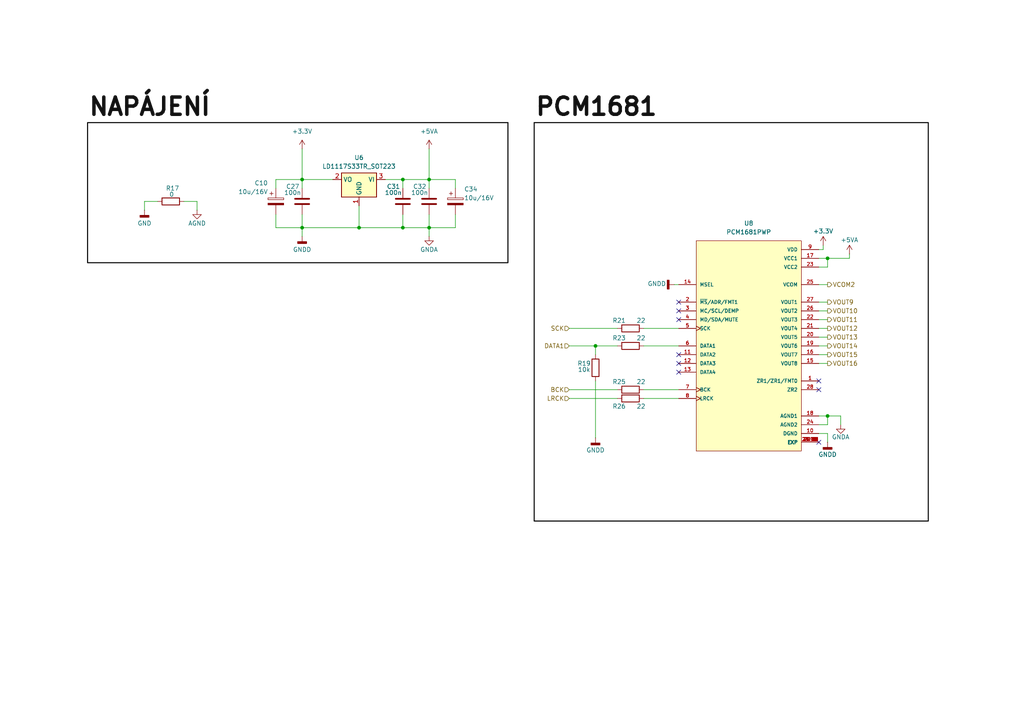
<source format=kicad_sch>
(kicad_sch
	(version 20250114)
	(generator "eeschema")
	(generator_version "9.0")
	(uuid "6fb1375f-3007-4486-a602-af6dd4e09434")
	(paper "A4")
	(lib_symbols
		(symbol "Device:C"
			(pin_numbers
				(hide yes)
			)
			(pin_names
				(offset 0.254)
			)
			(exclude_from_sim no)
			(in_bom yes)
			(on_board yes)
			(property "Reference" "C"
				(at 0.635 2.54 0)
				(effects
					(font
						(size 1.27 1.27)
					)
					(justify left)
				)
			)
			(property "Value" "C"
				(at 0.635 -2.54 0)
				(effects
					(font
						(size 1.27 1.27)
					)
					(justify left)
				)
			)
			(property "Footprint" ""
				(at 0.9652 -3.81 0)
				(effects
					(font
						(size 1.27 1.27)
					)
					(hide yes)
				)
			)
			(property "Datasheet" "~"
				(at 0 0 0)
				(effects
					(font
						(size 1.27 1.27)
					)
					(hide yes)
				)
			)
			(property "Description" "Unpolarized capacitor"
				(at 0 0 0)
				(effects
					(font
						(size 1.27 1.27)
					)
					(hide yes)
				)
			)
			(property "ki_keywords" "cap capacitor"
				(at 0 0 0)
				(effects
					(font
						(size 1.27 1.27)
					)
					(hide yes)
				)
			)
			(property "ki_fp_filters" "C_*"
				(at 0 0 0)
				(effects
					(font
						(size 1.27 1.27)
					)
					(hide yes)
				)
			)
			(symbol "C_0_1"
				(polyline
					(pts
						(xy -2.032 0.762) (xy 2.032 0.762)
					)
					(stroke
						(width 0.508)
						(type default)
					)
					(fill
						(type none)
					)
				)
				(polyline
					(pts
						(xy -2.032 -0.762) (xy 2.032 -0.762)
					)
					(stroke
						(width 0.508)
						(type default)
					)
					(fill
						(type none)
					)
				)
			)
			(symbol "C_1_1"
				(pin passive line
					(at 0 3.81 270)
					(length 2.794)
					(name "~"
						(effects
							(font
								(size 1.27 1.27)
							)
						)
					)
					(number "1"
						(effects
							(font
								(size 1.27 1.27)
							)
						)
					)
				)
				(pin passive line
					(at 0 -3.81 90)
					(length 2.794)
					(name "~"
						(effects
							(font
								(size 1.27 1.27)
							)
						)
					)
					(number "2"
						(effects
							(font
								(size 1.27 1.27)
							)
						)
					)
				)
			)
			(embedded_fonts no)
		)
		(symbol "Device:C_Polarized"
			(pin_numbers
				(hide yes)
			)
			(pin_names
				(offset 0.254)
			)
			(exclude_from_sim no)
			(in_bom yes)
			(on_board yes)
			(property "Reference" "C"
				(at 0.635 2.54 0)
				(effects
					(font
						(size 1.27 1.27)
					)
					(justify left)
				)
			)
			(property "Value" "C_Polarized"
				(at 0.635 -2.54 0)
				(effects
					(font
						(size 1.27 1.27)
					)
					(justify left)
				)
			)
			(property "Footprint" ""
				(at 0.9652 -3.81 0)
				(effects
					(font
						(size 1.27 1.27)
					)
					(hide yes)
				)
			)
			(property "Datasheet" "~"
				(at 0 0 0)
				(effects
					(font
						(size 1.27 1.27)
					)
					(hide yes)
				)
			)
			(property "Description" "Polarized capacitor"
				(at 0 0 0)
				(effects
					(font
						(size 1.27 1.27)
					)
					(hide yes)
				)
			)
			(property "ki_keywords" "cap capacitor"
				(at 0 0 0)
				(effects
					(font
						(size 1.27 1.27)
					)
					(hide yes)
				)
			)
			(property "ki_fp_filters" "CP_*"
				(at 0 0 0)
				(effects
					(font
						(size 1.27 1.27)
					)
					(hide yes)
				)
			)
			(symbol "C_Polarized_0_1"
				(rectangle
					(start -2.286 0.508)
					(end 2.286 1.016)
					(stroke
						(width 0)
						(type default)
					)
					(fill
						(type none)
					)
				)
				(polyline
					(pts
						(xy -1.778 2.286) (xy -0.762 2.286)
					)
					(stroke
						(width 0)
						(type default)
					)
					(fill
						(type none)
					)
				)
				(polyline
					(pts
						(xy -1.27 2.794) (xy -1.27 1.778)
					)
					(stroke
						(width 0)
						(type default)
					)
					(fill
						(type none)
					)
				)
				(rectangle
					(start 2.286 -0.508)
					(end -2.286 -1.016)
					(stroke
						(width 0)
						(type default)
					)
					(fill
						(type outline)
					)
				)
			)
			(symbol "C_Polarized_1_1"
				(pin passive line
					(at 0 3.81 270)
					(length 2.794)
					(name "~"
						(effects
							(font
								(size 1.27 1.27)
							)
						)
					)
					(number "1"
						(effects
							(font
								(size 1.27 1.27)
							)
						)
					)
				)
				(pin passive line
					(at 0 -3.81 90)
					(length 2.794)
					(name "~"
						(effects
							(font
								(size 1.27 1.27)
							)
						)
					)
					(number "2"
						(effects
							(font
								(size 1.27 1.27)
							)
						)
					)
				)
			)
			(embedded_fonts no)
		)
		(symbol "Device:R"
			(pin_numbers
				(hide yes)
			)
			(pin_names
				(offset 0)
			)
			(exclude_from_sim no)
			(in_bom yes)
			(on_board yes)
			(property "Reference" "R"
				(at 2.032 0 90)
				(effects
					(font
						(size 1.27 1.27)
					)
				)
			)
			(property "Value" "R"
				(at 0 0 90)
				(effects
					(font
						(size 1.27 1.27)
					)
				)
			)
			(property "Footprint" ""
				(at -1.778 0 90)
				(effects
					(font
						(size 1.27 1.27)
					)
					(hide yes)
				)
			)
			(property "Datasheet" "~"
				(at 0 0 0)
				(effects
					(font
						(size 1.27 1.27)
					)
					(hide yes)
				)
			)
			(property "Description" "Resistor"
				(at 0 0 0)
				(effects
					(font
						(size 1.27 1.27)
					)
					(hide yes)
				)
			)
			(property "ki_keywords" "R res resistor"
				(at 0 0 0)
				(effects
					(font
						(size 1.27 1.27)
					)
					(hide yes)
				)
			)
			(property "ki_fp_filters" "R_*"
				(at 0 0 0)
				(effects
					(font
						(size 1.27 1.27)
					)
					(hide yes)
				)
			)
			(symbol "R_0_1"
				(rectangle
					(start -1.016 -2.54)
					(end 1.016 2.54)
					(stroke
						(width 0.254)
						(type default)
					)
					(fill
						(type none)
					)
				)
			)
			(symbol "R_1_1"
				(pin passive line
					(at 0 3.81 270)
					(length 1.27)
					(name "~"
						(effects
							(font
								(size 1.27 1.27)
							)
						)
					)
					(number "1"
						(effects
							(font
								(size 1.27 1.27)
							)
						)
					)
				)
				(pin passive line
					(at 0 -3.81 90)
					(length 1.27)
					(name "~"
						(effects
							(font
								(size 1.27 1.27)
							)
						)
					)
					(number "2"
						(effects
							(font
								(size 1.27 1.27)
							)
						)
					)
				)
			)
			(embedded_fonts no)
		)
		(symbol "PCM1681PWP:PCM1681PWP"
			(pin_names
				(offset 1.016)
			)
			(exclude_from_sim no)
			(in_bom yes)
			(on_board yes)
			(property "Reference" "U"
				(at -15.24 33.02 0)
				(effects
					(font
						(size 1.27 1.27)
					)
					(justify left bottom)
				)
			)
			(property "Value" "PCM1681PWP"
				(at -15.24 -35.56 0)
				(effects
					(font
						(size 1.27 1.27)
					)
					(justify left bottom)
				)
			)
			(property "Footprint" "PCM1681PWP:SOP65P640X120-29N"
				(at 0 0 0)
				(effects
					(font
						(size 1.27 1.27)
					)
					(justify bottom)
					(hide yes)
				)
			)
			(property "Datasheet" ""
				(at 0 0 0)
				(effects
					(font
						(size 1.27 1.27)
					)
					(hide yes)
				)
			)
			(property "Description" ""
				(at 0 0 0)
				(effects
					(font
						(size 1.27 1.27)
					)
					(hide yes)
				)
			)
			(property "L1_NOM" ""
				(at 0 0 0)
				(effects
					(font
						(size 1.27 1.27)
					)
					(justify bottom)
					(hide yes)
				)
			)
			(property "SNAPEDA_PACKAGE_ID" ""
				(at 0 0 0)
				(effects
					(font
						(size 1.27 1.27)
					)
					(justify bottom)
					(hide yes)
				)
			)
			(property "B_NOM" "0.245"
				(at 0 0 0)
				(effects
					(font
						(size 1.27 1.27)
					)
					(justify bottom)
					(hide yes)
				)
			)
			(property "EMAX" ""
				(at 0 0 0)
				(effects
					(font
						(size 1.27 1.27)
					)
					(justify bottom)
					(hide yes)
				)
			)
			(property "VACANCIES" ""
				(at 0 0 0)
				(effects
					(font
						(size 1.27 1.27)
					)
					(justify bottom)
					(hide yes)
				)
			)
			(property "PACKAGE_TYPE" ""
				(at 0 0 0)
				(effects
					(font
						(size 1.27 1.27)
					)
					(justify bottom)
					(hide yes)
				)
			)
			(property "D1_NOM" ""
				(at 0 0 0)
				(effects
					(font
						(size 1.27 1.27)
					)
					(justify bottom)
					(hide yes)
				)
			)
			(property "E1_NOM" "4.4"
				(at 0 0 0)
				(effects
					(font
						(size 1.27 1.27)
					)
					(justify bottom)
					(hide yes)
				)
			)
			(property "E2_MAX" "3.77"
				(at 0 0 0)
				(effects
					(font
						(size 1.27 1.27)
					)
					(justify bottom)
					(hide yes)
				)
			)
			(property "B_MIN" "0.19"
				(at 0 0 0)
				(effects
					(font
						(size 1.27 1.27)
					)
					(justify bottom)
					(hide yes)
				)
			)
			(property "E1_MIN" "4.3"
				(at 0 0 0)
				(effects
					(font
						(size 1.27 1.27)
					)
					(justify bottom)
					(hide yes)
				)
			)
			(property "DigiKey_Part_Number" "296-23129-5-ND"
				(at 0 0 0)
				(effects
					(font
						(size 1.27 1.27)
					)
					(justify bottom)
					(hide yes)
				)
			)
			(property "L1_MIN" ""
				(at 0 0 0)
				(effects
					(font
						(size 1.27 1.27)
					)
					(justify bottom)
					(hide yes)
				)
			)
			(property "B_MAX" "0.3"
				(at 0 0 0)
				(effects
					(font
						(size 1.27 1.27)
					)
					(justify bottom)
					(hide yes)
				)
			)
			(property "Description_1" "105dB SNR 8-Channel Audio DAC with TDM Mode"
				(at 0 0 0)
				(effects
					(font
						(size 1.27 1.27)
					)
					(justify bottom)
					(hide yes)
				)
			)
			(property "EMIN" ""
				(at 0 0 0)
				(effects
					(font
						(size 1.27 1.27)
					)
					(justify bottom)
					(hide yes)
				)
			)
			(property "D2_MAX" "9.7"
				(at 0 0 0)
				(effects
					(font
						(size 1.27 1.27)
					)
					(justify bottom)
					(hide yes)
				)
			)
			(property "ENOM" "0.65"
				(at 0 0 0)
				(effects
					(font
						(size 1.27 1.27)
					)
					(justify bottom)
					(hide yes)
				)
			)
			(property "D_NOM" "9.7"
				(at 0 0 0)
				(effects
					(font
						(size 1.27 1.27)
					)
					(justify bottom)
					(hide yes)
				)
			)
			(property "D_MAX" "9.8"
				(at 0 0 0)
				(effects
					(font
						(size 1.27 1.27)
					)
					(justify bottom)
					(hide yes)
				)
			)
			(property "L_MAX" "0.75"
				(at 0 0 0)
				(effects
					(font
						(size 1.27 1.27)
					)
					(justify bottom)
					(hide yes)
				)
			)
			(property "A_MAX" "1.2"
				(at 0 0 0)
				(effects
					(font
						(size 1.27 1.27)
					)
					(justify bottom)
					(hide yes)
				)
			)
			(property "D1_MAX" ""
				(at 0 0 0)
				(effects
					(font
						(size 1.27 1.27)
					)
					(justify bottom)
					(hide yes)
				)
			)
			(property "Package" "HTSSOP-28 Texas Instruments"
				(at 0 0 0)
				(effects
					(font
						(size 1.27 1.27)
					)
					(justify bottom)
					(hide yes)
				)
			)
			(property "L1_MAX" ""
				(at 0 0 0)
				(effects
					(font
						(size 1.27 1.27)
					)
					(justify bottom)
					(hide yes)
				)
			)
			(property "D1_MIN" ""
				(at 0 0 0)
				(effects
					(font
						(size 1.27 1.27)
					)
					(justify bottom)
					(hide yes)
				)
			)
			(property "A_NOM" "1.2"
				(at 0 0 0)
				(effects
					(font
						(size 1.27 1.27)
					)
					(justify bottom)
					(hide yes)
				)
			)
			(property "Check_prices" "https://www.snapeda.com/parts/PCM1681PWP/Texas+Instruments/view-part/?ref=eda"
				(at 0 0 0)
				(effects
					(font
						(size 1.27 1.27)
					)
					(justify bottom)
					(hide yes)
				)
			)
			(property "A_MIN" "1.2"
				(at 0 0 0)
				(effects
					(font
						(size 1.27 1.27)
					)
					(justify bottom)
					(hide yes)
				)
			)
			(property "STANDARD" "IPC 7351B"
				(at 0 0 0)
				(effects
					(font
						(size 1.27 1.27)
					)
					(justify bottom)
					(hide yes)
				)
			)
			(property "PARTREV" "C"
				(at 0 0 0)
				(effects
					(font
						(size 1.27 1.27)
					)
					(justify bottom)
					(hide yes)
				)
			)
			(property "DNOM" ""
				(at 0 0 0)
				(effects
					(font
						(size 1.27 1.27)
					)
					(justify bottom)
					(hide yes)
				)
			)
			(property "MF" "Texas Instruments"
				(at 0 0 0)
				(effects
					(font
						(size 1.27 1.27)
					)
					(justify bottom)
					(hide yes)
				)
			)
			(property "DMIN" ""
				(at 0 0 0)
				(effects
					(font
						(size 1.27 1.27)
					)
					(justify bottom)
					(hide yes)
				)
			)
			(property "E_NOM" "6.4"
				(at 0 0 0)
				(effects
					(font
						(size 1.27 1.27)
					)
					(justify bottom)
					(hide yes)
				)
			)
			(property "DMAX" ""
				(at 0 0 0)
				(effects
					(font
						(size 1.27 1.27)
					)
					(justify bottom)
					(hide yes)
				)
			)
			(property "PIN_COUNT" "28.0"
				(at 0 0 0)
				(effects
					(font
						(size 1.27 1.27)
					)
					(justify bottom)
					(hide yes)
				)
			)
			(property "L_NOM" "0.625"
				(at 0 0 0)
				(effects
					(font
						(size 1.27 1.27)
					)
					(justify bottom)
					(hide yes)
				)
			)
			(property "MANUFACTURER" "Texas Instruments"
				(at 0 0 0)
				(effects
					(font
						(size 1.27 1.27)
					)
					(justify bottom)
					(hide yes)
				)
			)
			(property "SnapEDA_Link" "https://www.snapeda.com/parts/PCM1681PWP/Texas+Instruments/view-part/?ref=snap"
				(at 0 0 0)
				(effects
					(font
						(size 1.27 1.27)
					)
					(justify bottom)
					(hide yes)
				)
			)
			(property "MAXIMUM_PACKAGE_HEIGHT" "1.2mm"
				(at 0 0 0)
				(effects
					(font
						(size 1.27 1.27)
					)
					(justify bottom)
					(hide yes)
				)
			)
			(property "A1_MIN" "0.05"
				(at 0 0 0)
				(effects
					(font
						(size 1.27 1.27)
					)
					(justify bottom)
					(hide yes)
				)
			)
			(property "E1_MAX" "4.5"
				(at 0 0 0)
				(effects
					(font
						(size 1.27 1.27)
					)
					(justify bottom)
					(hide yes)
				)
			)
			(property "E_MIN" "6.2"
				(at 0 0 0)
				(effects
					(font
						(size 1.27 1.27)
					)
					(justify bottom)
					(hide yes)
				)
			)
			(property "D_MIN" "9.6"
				(at 0 0 0)
				(effects
					(font
						(size 1.27 1.27)
					)
					(justify bottom)
					(hide yes)
				)
			)
			(property "MP" "PCM1681PWP"
				(at 0 0 0)
				(effects
					(font
						(size 1.27 1.27)
					)
					(justify bottom)
					(hide yes)
				)
			)
			(property "PINS" ""
				(at 0 0 0)
				(effects
					(font
						(size 1.27 1.27)
					)
					(justify bottom)
					(hide yes)
				)
			)
			(property "L_MIN" "0.5"
				(at 0 0 0)
				(effects
					(font
						(size 1.27 1.27)
					)
					(justify bottom)
					(hide yes)
				)
			)
			(property "E_MAX" "6.6"
				(at 0 0 0)
				(effects
					(font
						(size 1.27 1.27)
					)
					(justify bottom)
					(hide yes)
				)
			)
			(symbol "PCM1681PWP_0_0"
				(rectangle
					(start -15.24 -30.48)
					(end 15.24 30.48)
					(stroke
						(width 0.1524)
						(type default)
					)
					(fill
						(type background)
					)
				)
				(pin input line
					(at -20.32 17.78 0)
					(length 5.08)
					(name "MSEL"
						(effects
							(font
								(size 1.016 1.016)
							)
						)
					)
					(number "14"
						(effects
							(font
								(size 1.016 1.016)
							)
						)
					)
				)
				(pin input line
					(at -20.32 12.7 0)
					(length 5.08)
					(name "~{MS}/ADR/FMT1"
						(effects
							(font
								(size 1.016 1.016)
							)
						)
					)
					(number "2"
						(effects
							(font
								(size 1.016 1.016)
							)
						)
					)
				)
				(pin input line
					(at -20.32 10.16 0)
					(length 5.08)
					(name "MC/SCL/DEMP"
						(effects
							(font
								(size 1.016 1.016)
							)
						)
					)
					(number "3"
						(effects
							(font
								(size 1.016 1.016)
							)
						)
					)
				)
				(pin bidirectional line
					(at -20.32 7.62 0)
					(length 5.08)
					(name "MD/SDA/MUTE"
						(effects
							(font
								(size 1.016 1.016)
							)
						)
					)
					(number "4"
						(effects
							(font
								(size 1.016 1.016)
							)
						)
					)
				)
				(pin input clock
					(at -20.32 5.08 0)
					(length 5.08)
					(name "SCK"
						(effects
							(font
								(size 1.016 1.016)
							)
						)
					)
					(number "5"
						(effects
							(font
								(size 1.016 1.016)
							)
						)
					)
				)
				(pin input line
					(at -20.32 0 0)
					(length 5.08)
					(name "DATA1"
						(effects
							(font
								(size 1.016 1.016)
							)
						)
					)
					(number "6"
						(effects
							(font
								(size 1.016 1.016)
							)
						)
					)
				)
				(pin input line
					(at -20.32 -2.54 0)
					(length 5.08)
					(name "DATA2"
						(effects
							(font
								(size 1.016 1.016)
							)
						)
					)
					(number "11"
						(effects
							(font
								(size 1.016 1.016)
							)
						)
					)
				)
				(pin input line
					(at -20.32 -5.08 0)
					(length 5.08)
					(name "DATA3"
						(effects
							(font
								(size 1.016 1.016)
							)
						)
					)
					(number "12"
						(effects
							(font
								(size 1.016 1.016)
							)
						)
					)
				)
				(pin input line
					(at -20.32 -7.62 0)
					(length 5.08)
					(name "DATA4"
						(effects
							(font
								(size 1.016 1.016)
							)
						)
					)
					(number "13"
						(effects
							(font
								(size 1.016 1.016)
							)
						)
					)
				)
				(pin input clock
					(at -20.32 -12.7 0)
					(length 5.08)
					(name "BCK"
						(effects
							(font
								(size 1.016 1.016)
							)
						)
					)
					(number "7"
						(effects
							(font
								(size 1.016 1.016)
							)
						)
					)
				)
				(pin input clock
					(at -20.32 -15.24 0)
					(length 5.08)
					(name "LRCK"
						(effects
							(font
								(size 1.016 1.016)
							)
						)
					)
					(number "8"
						(effects
							(font
								(size 1.016 1.016)
							)
						)
					)
				)
				(pin power_in line
					(at 20.32 27.94 180)
					(length 5.08)
					(name "VDD"
						(effects
							(font
								(size 1.016 1.016)
							)
						)
					)
					(number "9"
						(effects
							(font
								(size 1.016 1.016)
							)
						)
					)
				)
				(pin power_in line
					(at 20.32 25.4 180)
					(length 5.08)
					(name "VCC1"
						(effects
							(font
								(size 1.016 1.016)
							)
						)
					)
					(number "17"
						(effects
							(font
								(size 1.016 1.016)
							)
						)
					)
				)
				(pin power_in line
					(at 20.32 22.86 180)
					(length 5.08)
					(name "VCC2"
						(effects
							(font
								(size 1.016 1.016)
							)
						)
					)
					(number "23"
						(effects
							(font
								(size 1.016 1.016)
							)
						)
					)
				)
				(pin output line
					(at 20.32 17.78 180)
					(length 5.08)
					(name "VCOM"
						(effects
							(font
								(size 1.016 1.016)
							)
						)
					)
					(number "25"
						(effects
							(font
								(size 1.016 1.016)
							)
						)
					)
				)
				(pin output line
					(at 20.32 12.7 180)
					(length 5.08)
					(name "VOUT1"
						(effects
							(font
								(size 1.016 1.016)
							)
						)
					)
					(number "27"
						(effects
							(font
								(size 1.016 1.016)
							)
						)
					)
				)
				(pin output line
					(at 20.32 10.16 180)
					(length 5.08)
					(name "VOUT2"
						(effects
							(font
								(size 1.016 1.016)
							)
						)
					)
					(number "26"
						(effects
							(font
								(size 1.016 1.016)
							)
						)
					)
				)
				(pin output line
					(at 20.32 7.62 180)
					(length 5.08)
					(name "VOUT3"
						(effects
							(font
								(size 1.016 1.016)
							)
						)
					)
					(number "22"
						(effects
							(font
								(size 1.016 1.016)
							)
						)
					)
				)
				(pin output line
					(at 20.32 5.08 180)
					(length 5.08)
					(name "VOUT4"
						(effects
							(font
								(size 1.016 1.016)
							)
						)
					)
					(number "21"
						(effects
							(font
								(size 1.016 1.016)
							)
						)
					)
				)
				(pin output line
					(at 20.32 2.54 180)
					(length 5.08)
					(name "VOUT5"
						(effects
							(font
								(size 1.016 1.016)
							)
						)
					)
					(number "20"
						(effects
							(font
								(size 1.016 1.016)
							)
						)
					)
				)
				(pin output line
					(at 20.32 0 180)
					(length 5.08)
					(name "VOUT6"
						(effects
							(font
								(size 1.016 1.016)
							)
						)
					)
					(number "19"
						(effects
							(font
								(size 1.016 1.016)
							)
						)
					)
				)
				(pin output line
					(at 20.32 -2.54 180)
					(length 5.08)
					(name "VOUT7"
						(effects
							(font
								(size 1.016 1.016)
							)
						)
					)
					(number "16"
						(effects
							(font
								(size 1.016 1.016)
							)
						)
					)
				)
				(pin output line
					(at 20.32 -5.08 180)
					(length 5.08)
					(name "VOUT8"
						(effects
							(font
								(size 1.016 1.016)
							)
						)
					)
					(number "15"
						(effects
							(font
								(size 1.016 1.016)
							)
						)
					)
				)
				(pin bidirectional line
					(at 20.32 -10.16 180)
					(length 5.08)
					(name "ZR1/ZR1/FMT0"
						(effects
							(font
								(size 1.016 1.016)
							)
						)
					)
					(number "1"
						(effects
							(font
								(size 1.016 1.016)
							)
						)
					)
				)
				(pin output line
					(at 20.32 -12.7 180)
					(length 5.08)
					(name "ZR2"
						(effects
							(font
								(size 1.016 1.016)
							)
						)
					)
					(number "28"
						(effects
							(font
								(size 1.016 1.016)
							)
						)
					)
				)
				(pin power_in line
					(at 20.32 -20.32 180)
					(length 5.08)
					(name "AGND1"
						(effects
							(font
								(size 1.016 1.016)
							)
						)
					)
					(number "18"
						(effects
							(font
								(size 1.016 1.016)
							)
						)
					)
				)
				(pin power_in line
					(at 20.32 -22.86 180)
					(length 5.08)
					(name "AGND2"
						(effects
							(font
								(size 1.016 1.016)
							)
						)
					)
					(number "24"
						(effects
							(font
								(size 1.016 1.016)
							)
						)
					)
				)
				(pin power_in line
					(at 20.32 -25.4 180)
					(length 5.08)
					(name "DGND"
						(effects
							(font
								(size 1.016 1.016)
							)
						)
					)
					(number "10"
						(effects
							(font
								(size 1.016 1.016)
							)
						)
					)
				)
				(pin power_in line
					(at 20.32 -27.94 180)
					(length 5.08)
					(name "EXP"
						(effects
							(font
								(size 1.016 1.016)
							)
						)
					)
					(number "29"
						(effects
							(font
								(size 1.016 1.016)
							)
						)
					)
				)
				(pin power_in line
					(at 20.32 -27.94 180)
					(length 5.08)
					(name "EXP"
						(effects
							(font
								(size 1.016 1.016)
							)
						)
					)
					(number "29_1"
						(effects
							(font
								(size 1.016 1.016)
							)
						)
					)
				)
				(pin power_in line
					(at 20.32 -27.94 180)
					(length 5.08)
					(name "EXP"
						(effects
							(font
								(size 1.016 1.016)
							)
						)
					)
					(number "29_10"
						(effects
							(font
								(size 1.016 1.016)
							)
						)
					)
				)
				(pin power_in line
					(at 20.32 -27.94 180)
					(length 5.08)
					(name "EXP"
						(effects
							(font
								(size 1.016 1.016)
							)
						)
					)
					(number "29_11"
						(effects
							(font
								(size 1.016 1.016)
							)
						)
					)
				)
				(pin power_in line
					(at 20.32 -27.94 180)
					(length 5.08)
					(name "EXP"
						(effects
							(font
								(size 1.016 1.016)
							)
						)
					)
					(number "29_12"
						(effects
							(font
								(size 1.016 1.016)
							)
						)
					)
				)
				(pin power_in line
					(at 20.32 -27.94 180)
					(length 5.08)
					(name "EXP"
						(effects
							(font
								(size 1.016 1.016)
							)
						)
					)
					(number "29_13"
						(effects
							(font
								(size 1.016 1.016)
							)
						)
					)
				)
				(pin power_in line
					(at 20.32 -27.94 180)
					(length 5.08)
					(name "EXP"
						(effects
							(font
								(size 1.016 1.016)
							)
						)
					)
					(number "29_14"
						(effects
							(font
								(size 1.016 1.016)
							)
						)
					)
				)
				(pin power_in line
					(at 20.32 -27.94 180)
					(length 5.08)
					(name "EXP"
						(effects
							(font
								(size 1.016 1.016)
							)
						)
					)
					(number "29_15"
						(effects
							(font
								(size 1.016 1.016)
							)
						)
					)
				)
				(pin power_in line
					(at 20.32 -27.94 180)
					(length 5.08)
					(name "EXP"
						(effects
							(font
								(size 1.016 1.016)
							)
						)
					)
					(number "29_16"
						(effects
							(font
								(size 1.016 1.016)
							)
						)
					)
				)
				(pin power_in line
					(at 20.32 -27.94 180)
					(length 5.08)
					(name "EXP"
						(effects
							(font
								(size 1.016 1.016)
							)
						)
					)
					(number "29_17"
						(effects
							(font
								(size 1.016 1.016)
							)
						)
					)
				)
				(pin power_in line
					(at 20.32 -27.94 180)
					(length 5.08)
					(name "EXP"
						(effects
							(font
								(size 1.016 1.016)
							)
						)
					)
					(number "29_18"
						(effects
							(font
								(size 1.016 1.016)
							)
						)
					)
				)
				(pin power_in line
					(at 20.32 -27.94 180)
					(length 5.08)
					(name "EXP"
						(effects
							(font
								(size 1.016 1.016)
							)
						)
					)
					(number "29_19"
						(effects
							(font
								(size 1.016 1.016)
							)
						)
					)
				)
				(pin power_in line
					(at 20.32 -27.94 180)
					(length 5.08)
					(name "EXP"
						(effects
							(font
								(size 1.016 1.016)
							)
						)
					)
					(number "29_2"
						(effects
							(font
								(size 1.016 1.016)
							)
						)
					)
				)
				(pin power_in line
					(at 20.32 -27.94 180)
					(length 5.08)
					(name "EXP"
						(effects
							(font
								(size 1.016 1.016)
							)
						)
					)
					(number "29_20"
						(effects
							(font
								(size 1.016 1.016)
							)
						)
					)
				)
				(pin power_in line
					(at 20.32 -27.94 180)
					(length 5.08)
					(name "EXP"
						(effects
							(font
								(size 1.016 1.016)
							)
						)
					)
					(number "29_21"
						(effects
							(font
								(size 1.016 1.016)
							)
						)
					)
				)
				(pin power_in line
					(at 20.32 -27.94 180)
					(length 5.08)
					(name "EXP"
						(effects
							(font
								(size 1.016 1.016)
							)
						)
					)
					(number "29_3"
						(effects
							(font
								(size 1.016 1.016)
							)
						)
					)
				)
				(pin power_in line
					(at 20.32 -27.94 180)
					(length 5.08)
					(name "EXP"
						(effects
							(font
								(size 1.016 1.016)
							)
						)
					)
					(number "29_4"
						(effects
							(font
								(size 1.016 1.016)
							)
						)
					)
				)
				(pin power_in line
					(at 20.32 -27.94 180)
					(length 5.08)
					(name "EXP"
						(effects
							(font
								(size 1.016 1.016)
							)
						)
					)
					(number "29_5"
						(effects
							(font
								(size 1.016 1.016)
							)
						)
					)
				)
				(pin power_in line
					(at 20.32 -27.94 180)
					(length 5.08)
					(name "EXP"
						(effects
							(font
								(size 1.016 1.016)
							)
						)
					)
					(number "29_6"
						(effects
							(font
								(size 1.016 1.016)
							)
						)
					)
				)
				(pin power_in line
					(at 20.32 -27.94 180)
					(length 5.08)
					(name "EXP"
						(effects
							(font
								(size 1.016 1.016)
							)
						)
					)
					(number "29_7"
						(effects
							(font
								(size 1.016 1.016)
							)
						)
					)
				)
				(pin power_in line
					(at 20.32 -27.94 180)
					(length 5.08)
					(name "EXP"
						(effects
							(font
								(size 1.016 1.016)
							)
						)
					)
					(number "29_8"
						(effects
							(font
								(size 1.016 1.016)
							)
						)
					)
				)
				(pin power_in line
					(at 20.32 -27.94 180)
					(length 5.08)
					(name "EXP"
						(effects
							(font
								(size 1.016 1.016)
							)
						)
					)
					(number "29_9"
						(effects
							(font
								(size 1.016 1.016)
							)
						)
					)
				)
			)
			(embedded_fonts no)
		)
		(symbol "Regulator_Linear:LD1117S33TR_SOT223"
			(exclude_from_sim no)
			(in_bom yes)
			(on_board yes)
			(property "Reference" "U"
				(at -3.81 3.175 0)
				(effects
					(font
						(size 1.27 1.27)
					)
				)
			)
			(property "Value" "LD1117S33TR_SOT223"
				(at 0 3.175 0)
				(effects
					(font
						(size 1.27 1.27)
					)
					(justify left)
				)
			)
			(property "Footprint" "Package_TO_SOT_SMD:SOT-223-3_TabPin2"
				(at 0 5.08 0)
				(effects
					(font
						(size 1.27 1.27)
					)
					(hide yes)
				)
			)
			(property "Datasheet" "http://www.st.com/st-web-ui/static/active/en/resource/technical/document/datasheet/CD00000544.pdf"
				(at 2.54 -6.35 0)
				(effects
					(font
						(size 1.27 1.27)
					)
					(hide yes)
				)
			)
			(property "Description" "800mA Fixed Low Drop Positive Voltage Regulator, Fixed Output 3.3V, SOT-223"
				(at 0 0 0)
				(effects
					(font
						(size 1.27 1.27)
					)
					(hide yes)
				)
			)
			(property "ki_keywords" "REGULATOR LDO 3.3V"
				(at 0 0 0)
				(effects
					(font
						(size 1.27 1.27)
					)
					(hide yes)
				)
			)
			(property "ki_fp_filters" "SOT?223*TabPin2*"
				(at 0 0 0)
				(effects
					(font
						(size 1.27 1.27)
					)
					(hide yes)
				)
			)
			(symbol "LD1117S33TR_SOT223_0_1"
				(rectangle
					(start -5.08 -5.08)
					(end 5.08 1.905)
					(stroke
						(width 0.254)
						(type default)
					)
					(fill
						(type background)
					)
				)
			)
			(symbol "LD1117S33TR_SOT223_1_1"
				(pin power_in line
					(at -7.62 0 0)
					(length 2.54)
					(name "VI"
						(effects
							(font
								(size 1.27 1.27)
							)
						)
					)
					(number "3"
						(effects
							(font
								(size 1.27 1.27)
							)
						)
					)
				)
				(pin power_in line
					(at 0 -7.62 90)
					(length 2.54)
					(name "GND"
						(effects
							(font
								(size 1.27 1.27)
							)
						)
					)
					(number "1"
						(effects
							(font
								(size 1.27 1.27)
							)
						)
					)
				)
				(pin power_out line
					(at 7.62 0 180)
					(length 2.54)
					(name "VO"
						(effects
							(font
								(size 1.27 1.27)
							)
						)
					)
					(number "2"
						(effects
							(font
								(size 1.27 1.27)
							)
						)
					)
				)
			)
			(embedded_fonts no)
		)
		(symbol "power:+3.3V"
			(power)
			(pin_numbers
				(hide yes)
			)
			(pin_names
				(offset 0)
				(hide yes)
			)
			(exclude_from_sim no)
			(in_bom yes)
			(on_board yes)
			(property "Reference" "#PWR"
				(at 0 -3.81 0)
				(effects
					(font
						(size 1.27 1.27)
					)
					(hide yes)
				)
			)
			(property "Value" "+3.3V"
				(at 0 3.556 0)
				(effects
					(font
						(size 1.27 1.27)
					)
				)
			)
			(property "Footprint" ""
				(at 0 0 0)
				(effects
					(font
						(size 1.27 1.27)
					)
					(hide yes)
				)
			)
			(property "Datasheet" ""
				(at 0 0 0)
				(effects
					(font
						(size 1.27 1.27)
					)
					(hide yes)
				)
			)
			(property "Description" "Power symbol creates a global label with name \"+3.3V\""
				(at 0 0 0)
				(effects
					(font
						(size 1.27 1.27)
					)
					(hide yes)
				)
			)
			(property "ki_keywords" "global power"
				(at 0 0 0)
				(effects
					(font
						(size 1.27 1.27)
					)
					(hide yes)
				)
			)
			(symbol "+3.3V_0_1"
				(polyline
					(pts
						(xy -0.762 1.27) (xy 0 2.54)
					)
					(stroke
						(width 0)
						(type default)
					)
					(fill
						(type none)
					)
				)
				(polyline
					(pts
						(xy 0 2.54) (xy 0.762 1.27)
					)
					(stroke
						(width 0)
						(type default)
					)
					(fill
						(type none)
					)
				)
				(polyline
					(pts
						(xy 0 0) (xy 0 2.54)
					)
					(stroke
						(width 0)
						(type default)
					)
					(fill
						(type none)
					)
				)
			)
			(symbol "+3.3V_1_1"
				(pin power_in line
					(at 0 0 90)
					(length 0)
					(name "~"
						(effects
							(font
								(size 1.27 1.27)
							)
						)
					)
					(number "1"
						(effects
							(font
								(size 1.27 1.27)
							)
						)
					)
				)
			)
			(embedded_fonts no)
		)
		(symbol "power:+5VA"
			(power)
			(pin_numbers
				(hide yes)
			)
			(pin_names
				(offset 0)
				(hide yes)
			)
			(exclude_from_sim no)
			(in_bom yes)
			(on_board yes)
			(property "Reference" "#PWR"
				(at 0 -3.81 0)
				(effects
					(font
						(size 1.27 1.27)
					)
					(hide yes)
				)
			)
			(property "Value" "+5VA"
				(at 0 3.556 0)
				(effects
					(font
						(size 1.27 1.27)
					)
				)
			)
			(property "Footprint" ""
				(at 0 0 0)
				(effects
					(font
						(size 1.27 1.27)
					)
					(hide yes)
				)
			)
			(property "Datasheet" ""
				(at 0 0 0)
				(effects
					(font
						(size 1.27 1.27)
					)
					(hide yes)
				)
			)
			(property "Description" "Power symbol creates a global label with name \"+5VA\""
				(at 0 0 0)
				(effects
					(font
						(size 1.27 1.27)
					)
					(hide yes)
				)
			)
			(property "ki_keywords" "global power"
				(at 0 0 0)
				(effects
					(font
						(size 1.27 1.27)
					)
					(hide yes)
				)
			)
			(symbol "+5VA_0_1"
				(polyline
					(pts
						(xy -0.762 1.27) (xy 0 2.54)
					)
					(stroke
						(width 0)
						(type default)
					)
					(fill
						(type none)
					)
				)
				(polyline
					(pts
						(xy 0 2.54) (xy 0.762 1.27)
					)
					(stroke
						(width 0)
						(type default)
					)
					(fill
						(type none)
					)
				)
				(polyline
					(pts
						(xy 0 0) (xy 0 2.54)
					)
					(stroke
						(width 0)
						(type default)
					)
					(fill
						(type none)
					)
				)
			)
			(symbol "+5VA_1_1"
				(pin power_in line
					(at 0 0 90)
					(length 0)
					(name "~"
						(effects
							(font
								(size 1.27 1.27)
							)
						)
					)
					(number "1"
						(effects
							(font
								(size 1.27 1.27)
							)
						)
					)
				)
			)
			(embedded_fonts no)
		)
		(symbol "power:GNDA"
			(power)
			(pin_numbers
				(hide yes)
			)
			(pin_names
				(offset 0)
				(hide yes)
			)
			(exclude_from_sim no)
			(in_bom yes)
			(on_board yes)
			(property "Reference" "#PWR"
				(at 0 -6.35 0)
				(effects
					(font
						(size 1.27 1.27)
					)
					(hide yes)
				)
			)
			(property "Value" "GNDA"
				(at 0 -3.81 0)
				(effects
					(font
						(size 1.27 1.27)
					)
				)
			)
			(property "Footprint" ""
				(at 0 0 0)
				(effects
					(font
						(size 1.27 1.27)
					)
					(hide yes)
				)
			)
			(property "Datasheet" ""
				(at 0 0 0)
				(effects
					(font
						(size 1.27 1.27)
					)
					(hide yes)
				)
			)
			(property "Description" "Power symbol creates a global label with name \"GNDA\" , analog ground"
				(at 0 0 0)
				(effects
					(font
						(size 1.27 1.27)
					)
					(hide yes)
				)
			)
			(property "ki_keywords" "global power"
				(at 0 0 0)
				(effects
					(font
						(size 1.27 1.27)
					)
					(hide yes)
				)
			)
			(symbol "GNDA_0_1"
				(polyline
					(pts
						(xy 0 0) (xy 0 -1.27) (xy 1.27 -1.27) (xy 0 -2.54) (xy -1.27 -1.27) (xy 0 -1.27)
					)
					(stroke
						(width 0)
						(type default)
					)
					(fill
						(type none)
					)
				)
			)
			(symbol "GNDA_1_1"
				(pin power_in line
					(at 0 0 270)
					(length 0)
					(name "~"
						(effects
							(font
								(size 1.27 1.27)
							)
						)
					)
					(number "1"
						(effects
							(font
								(size 1.27 1.27)
							)
						)
					)
				)
			)
			(embedded_fonts no)
		)
		(symbol "power:GNDD"
			(power)
			(pin_numbers
				(hide yes)
			)
			(pin_names
				(offset 0)
				(hide yes)
			)
			(exclude_from_sim no)
			(in_bom yes)
			(on_board yes)
			(property "Reference" "#PWR"
				(at 0 -6.35 0)
				(effects
					(font
						(size 1.27 1.27)
					)
					(hide yes)
				)
			)
			(property "Value" "GNDD"
				(at 0 -3.175 0)
				(effects
					(font
						(size 1.27 1.27)
					)
				)
			)
			(property "Footprint" ""
				(at 0 0 0)
				(effects
					(font
						(size 1.27 1.27)
					)
					(hide yes)
				)
			)
			(property "Datasheet" ""
				(at 0 0 0)
				(effects
					(font
						(size 1.27 1.27)
					)
					(hide yes)
				)
			)
			(property "Description" "Power symbol creates a global label with name \"GNDD\" , digital ground"
				(at 0 0 0)
				(effects
					(font
						(size 1.27 1.27)
					)
					(hide yes)
				)
			)
			(property "ki_keywords" "global power"
				(at 0 0 0)
				(effects
					(font
						(size 1.27 1.27)
					)
					(hide yes)
				)
			)
			(symbol "GNDD_0_1"
				(rectangle
					(start -1.27 -1.524)
					(end 1.27 -2.032)
					(stroke
						(width 0.254)
						(type default)
					)
					(fill
						(type outline)
					)
				)
				(polyline
					(pts
						(xy 0 0) (xy 0 -1.524)
					)
					(stroke
						(width 0)
						(type default)
					)
					(fill
						(type none)
					)
				)
			)
			(symbol "GNDD_1_1"
				(pin power_in line
					(at 0 0 270)
					(length 0)
					(name "~"
						(effects
							(font
								(size 1.27 1.27)
							)
						)
					)
					(number "1"
						(effects
							(font
								(size 1.27 1.27)
							)
						)
					)
				)
			)
			(embedded_fonts no)
		)
	)
	(junction
		(at 87.63 52.07)
		(diameter 0)
		(color 0 0 0 0)
		(uuid "02a0c1d2-c592-4a79-8da8-1d1a473b7718")
	)
	(junction
		(at 104.14 66.04)
		(diameter 0)
		(color 0 0 0 0)
		(uuid "0861a33e-f7ad-42cc-8a50-ade70bc53f62")
	)
	(junction
		(at 240.03 74.93)
		(diameter 0)
		(color 0 0 0 0)
		(uuid "18a6d38a-f47c-4e07-9f33-cffb0d366a13")
	)
	(junction
		(at 240.03 120.65)
		(diameter 0)
		(color 0 0 0 0)
		(uuid "2cad5253-e77c-4365-8adf-63aca185eaea")
	)
	(junction
		(at 124.46 52.07)
		(diameter 0)
		(color 0 0 0 0)
		(uuid "2d3f5861-353d-43aa-a949-530f27600eba")
	)
	(junction
		(at 87.63 66.04)
		(diameter 0)
		(color 0 0 0 0)
		(uuid "5111eef0-0016-4d32-879d-026aa2d69834")
	)
	(junction
		(at 172.72 100.33)
		(diameter 0)
		(color 0 0 0 0)
		(uuid "9ba961b2-a068-4d80-a637-5a42dea94ce3")
	)
	(junction
		(at 116.84 66.04)
		(diameter 0)
		(color 0 0 0 0)
		(uuid "ab78524d-bfd6-4a4e-be1c-c9ad28846d0a")
	)
	(junction
		(at 116.84 52.07)
		(diameter 0)
		(color 0 0 0 0)
		(uuid "ba6dace8-4a0c-40fe-a244-ec056a11607a")
	)
	(junction
		(at 124.46 66.04)
		(diameter 0)
		(color 0 0 0 0)
		(uuid "f80a0ee8-6a8a-4e31-9e72-f098c4cc5700")
	)
	(no_connect
		(at 237.49 110.49)
		(uuid "0f21c863-293a-49b5-8340-35822ccbb6c9")
	)
	(no_connect
		(at 196.85 90.17)
		(uuid "20e0bade-22fc-44fe-924d-296a251c3c44")
	)
	(no_connect
		(at 237.49 128.27)
		(uuid "3373d8f3-bee2-4c8c-952d-2445070a408b")
	)
	(no_connect
		(at 196.85 92.71)
		(uuid "6999e9cf-5333-47c7-a631-7bf8e78c0ac3")
	)
	(no_connect
		(at 196.85 107.95)
		(uuid "7288358d-ce87-4b60-9508-803731fa040e")
	)
	(no_connect
		(at 196.85 87.63)
		(uuid "a36a6ff2-7f5a-4d60-99f7-a2040aec0625")
	)
	(no_connect
		(at 237.49 113.03)
		(uuid "bc87552c-8db8-498f-9457-eb417bdbd364")
	)
	(no_connect
		(at 196.85 105.41)
		(uuid "e26473da-6978-42e6-b9ca-cdaef5cacc40")
	)
	(no_connect
		(at 196.85 102.87)
		(uuid "fe9b4305-ca26-4bb4-b3ed-f7dd7be3b8e0")
	)
	(wire
		(pts
			(xy 104.14 59.69) (xy 104.14 66.04)
		)
		(stroke
			(width 0)
			(type default)
		)
		(uuid "07070e12-755a-4b12-b2fc-26222c92f45c")
	)
	(wire
		(pts
			(xy 111.76 52.07) (xy 116.84 52.07)
		)
		(stroke
			(width 0)
			(type default)
		)
		(uuid "0c286691-c1ed-4575-8f60-3de965c66ee8")
	)
	(wire
		(pts
			(xy 240.03 74.93) (xy 246.38 74.93)
		)
		(stroke
			(width 0)
			(type default)
		)
		(uuid "0f10e8c1-2a38-443c-aef3-c74df6c8d96c")
	)
	(wire
		(pts
			(xy 165.1 95.25) (xy 179.07 95.25)
		)
		(stroke
			(width 0)
			(type default)
		)
		(uuid "100790fc-7e54-4d9d-a2a2-440f8be02f94")
	)
	(wire
		(pts
			(xy 237.49 97.79) (xy 240.03 97.79)
		)
		(stroke
			(width 0)
			(type default)
		)
		(uuid "11c701fb-e15d-4171-b827-355b915c31ba")
	)
	(wire
		(pts
			(xy 240.03 128.27) (xy 240.03 125.73)
		)
		(stroke
			(width 0)
			(type default)
		)
		(uuid "13551026-4dfb-4a14-96df-7b2322b59282")
	)
	(wire
		(pts
			(xy 132.08 62.23) (xy 132.08 66.04)
		)
		(stroke
			(width 0)
			(type default)
		)
		(uuid "154c6f78-1c65-443e-b986-1eb93f7f20f7")
	)
	(wire
		(pts
			(xy 124.46 52.07) (xy 124.46 54.61)
		)
		(stroke
			(width 0)
			(type default)
		)
		(uuid "1abe7e4d-c2f1-476c-8014-b2d213e54dbf")
	)
	(wire
		(pts
			(xy 124.46 52.07) (xy 132.08 52.07)
		)
		(stroke
			(width 0)
			(type default)
		)
		(uuid "1b8862b1-a459-4602-9088-0d781e46b0ad")
	)
	(wire
		(pts
			(xy 165.1 113.03) (xy 179.07 113.03)
		)
		(stroke
			(width 0)
			(type default)
		)
		(uuid "1d0ae050-89de-4d01-a90e-1b59840a7d78")
	)
	(wire
		(pts
			(xy 124.46 43.18) (xy 124.46 52.07)
		)
		(stroke
			(width 0)
			(type default)
		)
		(uuid "1ef23689-cbc0-4c40-b743-08c99e4be5bc")
	)
	(wire
		(pts
			(xy 186.69 113.03) (xy 196.85 113.03)
		)
		(stroke
			(width 0)
			(type default)
		)
		(uuid "2085c9e0-4c1c-4fd8-a28f-ab97cd558628")
	)
	(wire
		(pts
			(xy 165.1 115.57) (xy 179.07 115.57)
		)
		(stroke
			(width 0)
			(type default)
		)
		(uuid "21d8aeec-368f-4c3e-8aef-c422aa77ba7c")
	)
	(wire
		(pts
			(xy 87.63 43.18) (xy 87.63 52.07)
		)
		(stroke
			(width 0)
			(type default)
		)
		(uuid "2768128c-fda4-486f-8e0e-448df6165a81")
	)
	(wire
		(pts
			(xy 80.01 52.07) (xy 87.63 52.07)
		)
		(stroke
			(width 0)
			(type default)
		)
		(uuid "278a0e25-67e5-4116-90bc-f40de68ed7bc")
	)
	(wire
		(pts
			(xy 237.49 102.87) (xy 240.03 102.87)
		)
		(stroke
			(width 0)
			(type default)
		)
		(uuid "2e16e9dd-2567-4d13-a5d7-cdb45a6a5364")
	)
	(wire
		(pts
			(xy 186.69 95.25) (xy 196.85 95.25)
		)
		(stroke
			(width 0)
			(type default)
		)
		(uuid "32206d45-c32a-432d-857a-e342cab73a9b")
	)
	(wire
		(pts
			(xy 80.01 52.07) (xy 80.01 54.61)
		)
		(stroke
			(width 0)
			(type default)
		)
		(uuid "32de9021-e0d0-440c-90ba-3906b0b64580")
	)
	(wire
		(pts
			(xy 195.58 82.55) (xy 196.85 82.55)
		)
		(stroke
			(width 0)
			(type default)
		)
		(uuid "35b8f7c7-4238-4769-8852-e5fc288c866d")
	)
	(wire
		(pts
			(xy 237.49 92.71) (xy 240.03 92.71)
		)
		(stroke
			(width 0)
			(type default)
		)
		(uuid "368f2940-78cf-4aff-9885-edb7a1699b96")
	)
	(wire
		(pts
			(xy 132.08 52.07) (xy 132.08 54.61)
		)
		(stroke
			(width 0)
			(type default)
		)
		(uuid "3742b7b6-84c3-4a6d-ae84-5251d94ec10d")
	)
	(wire
		(pts
			(xy 87.63 52.07) (xy 96.52 52.07)
		)
		(stroke
			(width 0)
			(type default)
		)
		(uuid "390038bf-376f-4377-af7f-524cb5affe9b")
	)
	(wire
		(pts
			(xy 57.15 58.42) (xy 57.15 60.96)
		)
		(stroke
			(width 0)
			(type default)
		)
		(uuid "3ade9fa8-f4f9-42bf-9857-35a2cd9aa45c")
	)
	(wire
		(pts
			(xy 165.1 100.33) (xy 172.72 100.33)
		)
		(stroke
			(width 0)
			(type default)
		)
		(uuid "3b7b8918-b091-43c6-8d35-1e2c6eaadaeb")
	)
	(wire
		(pts
			(xy 80.01 66.04) (xy 87.63 66.04)
		)
		(stroke
			(width 0)
			(type default)
		)
		(uuid "3d1b0eb1-0090-44c3-911b-e30ac74fb634")
	)
	(wire
		(pts
			(xy 237.49 123.19) (xy 240.03 123.19)
		)
		(stroke
			(width 0)
			(type default)
		)
		(uuid "49c0aed8-e3cd-4648-9445-a19e5f256b71")
	)
	(wire
		(pts
			(xy 80.01 62.23) (xy 80.01 66.04)
		)
		(stroke
			(width 0)
			(type default)
		)
		(uuid "517bd387-722e-4edc-8351-3aae657ba52f")
	)
	(wire
		(pts
			(xy 237.49 82.55) (xy 240.03 82.55)
		)
		(stroke
			(width 0)
			(type default)
		)
		(uuid "520748b3-9dd1-44b2-a5c4-b9e01c15ace6")
	)
	(wire
		(pts
			(xy 124.46 62.23) (xy 124.46 66.04)
		)
		(stroke
			(width 0)
			(type default)
		)
		(uuid "573b10dc-285b-45ea-82bc-8cdf379aee38")
	)
	(wire
		(pts
			(xy 237.49 105.41) (xy 240.03 105.41)
		)
		(stroke
			(width 0)
			(type default)
		)
		(uuid "59dacc4c-6c07-4423-81cf-97a0a79f3b1e")
	)
	(wire
		(pts
			(xy 87.63 66.04) (xy 87.63 68.58)
		)
		(stroke
			(width 0)
			(type default)
		)
		(uuid "5c036e8b-fd47-42b3-98b3-df81d4bc654d")
	)
	(wire
		(pts
			(xy 246.38 73.66) (xy 246.38 74.93)
		)
		(stroke
			(width 0)
			(type default)
		)
		(uuid "5efc0afb-1187-4058-8159-50985a38628e")
	)
	(wire
		(pts
			(xy 237.49 72.39) (xy 238.76 72.39)
		)
		(stroke
			(width 0)
			(type default)
		)
		(uuid "64305528-1839-47ae-9725-11b41555e537")
	)
	(wire
		(pts
			(xy 87.63 66.04) (xy 104.14 66.04)
		)
		(stroke
			(width 0)
			(type default)
		)
		(uuid "66782670-bb88-4998-a7e9-12ca059906c3")
	)
	(wire
		(pts
			(xy 237.49 95.25) (xy 240.03 95.25)
		)
		(stroke
			(width 0)
			(type default)
		)
		(uuid "6a0c9ed4-9b6e-4fe1-b5b4-1238104cf23f")
	)
	(wire
		(pts
			(xy 237.49 100.33) (xy 240.03 100.33)
		)
		(stroke
			(width 0)
			(type default)
		)
		(uuid "6be5be36-e12e-40e5-8752-5a9273f3cc0b")
	)
	(wire
		(pts
			(xy 87.63 52.07) (xy 87.63 54.61)
		)
		(stroke
			(width 0)
			(type default)
		)
		(uuid "6e0be02a-4193-4ebe-a8cd-aa7631ec631f")
	)
	(wire
		(pts
			(xy 237.49 74.93) (xy 240.03 74.93)
		)
		(stroke
			(width 0)
			(type default)
		)
		(uuid "73b5d52e-da4d-4c72-a699-c1ca09bfffd6")
	)
	(wire
		(pts
			(xy 240.03 74.93) (xy 240.03 77.47)
		)
		(stroke
			(width 0)
			(type default)
		)
		(uuid "76dd5751-b114-4e5f-8417-b864630b4a38")
	)
	(wire
		(pts
			(xy 237.49 120.65) (xy 240.03 120.65)
		)
		(stroke
			(width 0)
			(type default)
		)
		(uuid "8a3872e8-38e6-4a8a-bc64-185278217ba9")
	)
	(wire
		(pts
			(xy 237.49 77.47) (xy 240.03 77.47)
		)
		(stroke
			(width 0)
			(type default)
		)
		(uuid "9407edb8-046b-4d90-81c0-a02b8ebd3eb7")
	)
	(wire
		(pts
			(xy 238.76 71.12) (xy 238.76 72.39)
		)
		(stroke
			(width 0)
			(type default)
		)
		(uuid "95265434-bb58-4d15-8df7-f698f70e1978")
	)
	(wire
		(pts
			(xy 116.84 62.23) (xy 116.84 66.04)
		)
		(stroke
			(width 0)
			(type default)
		)
		(uuid "98298b08-0dca-498e-9db4-895e339ab061")
	)
	(wire
		(pts
			(xy 41.91 58.42) (xy 41.91 60.96)
		)
		(stroke
			(width 0)
			(type default)
		)
		(uuid "9aeba4e9-8fe4-49de-b301-fc8561fc8c33")
	)
	(wire
		(pts
			(xy 240.03 120.65) (xy 240.03 123.19)
		)
		(stroke
			(width 0)
			(type default)
		)
		(uuid "a4168ccc-caa4-41a1-a4cb-fe6f4ae0e142")
	)
	(wire
		(pts
			(xy 104.14 66.04) (xy 116.84 66.04)
		)
		(stroke
			(width 0)
			(type default)
		)
		(uuid "ac2ebb04-eec7-444f-8bc0-6628e618b580")
	)
	(wire
		(pts
			(xy 53.34 58.42) (xy 57.15 58.42)
		)
		(stroke
			(width 0)
			(type default)
		)
		(uuid "b37ef22d-a8f4-4f17-b1f7-e0fff1c3e65b")
	)
	(wire
		(pts
			(xy 240.03 120.65) (xy 243.84 120.65)
		)
		(stroke
			(width 0)
			(type default)
		)
		(uuid "b3833a5e-da4c-4708-954f-d84f30de5586")
	)
	(wire
		(pts
			(xy 116.84 52.07) (xy 124.46 52.07)
		)
		(stroke
			(width 0)
			(type default)
		)
		(uuid "b559c639-a493-4fdf-ae71-848ceaf55fcb")
	)
	(wire
		(pts
			(xy 124.46 66.04) (xy 124.46 68.58)
		)
		(stroke
			(width 0)
			(type default)
		)
		(uuid "bcd04f79-fb1a-4be0-b3c0-17536b2a3ab7")
	)
	(wire
		(pts
			(xy 240.03 125.73) (xy 237.49 125.73)
		)
		(stroke
			(width 0)
			(type default)
		)
		(uuid "c0dc60c6-7805-433d-ac97-a25f4214630f")
	)
	(wire
		(pts
			(xy 243.84 120.65) (xy 243.84 123.19)
		)
		(stroke
			(width 0)
			(type default)
		)
		(uuid "c30b9631-ab46-458e-815b-6bc473e15bc9")
	)
	(wire
		(pts
			(xy 172.72 100.33) (xy 179.07 100.33)
		)
		(stroke
			(width 0)
			(type default)
		)
		(uuid "ce41a762-9fb8-4921-92f4-cd8b50d99bdc")
	)
	(wire
		(pts
			(xy 237.49 90.17) (xy 240.03 90.17)
		)
		(stroke
			(width 0)
			(type default)
		)
		(uuid "d4cd4077-cdf0-4329-8e4d-adcf0a7a2bcb")
	)
	(wire
		(pts
			(xy 186.69 100.33) (xy 196.85 100.33)
		)
		(stroke
			(width 0)
			(type default)
		)
		(uuid "d6ea0446-7119-4045-977f-51e4bdfccba6")
	)
	(wire
		(pts
			(xy 124.46 66.04) (xy 132.08 66.04)
		)
		(stroke
			(width 0)
			(type default)
		)
		(uuid "df32cb88-d2e8-4501-812f-ddb6b7131756")
	)
	(wire
		(pts
			(xy 172.72 110.49) (xy 172.72 127)
		)
		(stroke
			(width 0)
			(type default)
		)
		(uuid "e384f7b4-6f7f-4c87-a146-e99ff272620a")
	)
	(wire
		(pts
			(xy 186.69 115.57) (xy 196.85 115.57)
		)
		(stroke
			(width 0)
			(type default)
		)
		(uuid "e40afab0-a144-46be-ab6f-ce1702caa966")
	)
	(wire
		(pts
			(xy 116.84 66.04) (xy 124.46 66.04)
		)
		(stroke
			(width 0)
			(type default)
		)
		(uuid "ef678a8a-8dab-4ee7-b10b-1d6e3d224f42")
	)
	(wire
		(pts
			(xy 172.72 100.33) (xy 172.72 102.87)
		)
		(stroke
			(width 0)
			(type default)
		)
		(uuid "f3fa0c1e-0f15-4e94-b25b-70699e92d5df")
	)
	(wire
		(pts
			(xy 237.49 87.63) (xy 240.03 87.63)
		)
		(stroke
			(width 0)
			(type default)
		)
		(uuid "f4b330cd-1b29-4487-86f7-61606bc7fd15")
	)
	(wire
		(pts
			(xy 116.84 52.07) (xy 116.84 54.61)
		)
		(stroke
			(width 0)
			(type default)
		)
		(uuid "f7586e99-aab7-48b4-a653-821a4d832894")
	)
	(wire
		(pts
			(xy 87.63 62.23) (xy 87.63 66.04)
		)
		(stroke
			(width 0)
			(type default)
		)
		(uuid "fa297cf6-787e-4cc4-9dbf-f8213ad3c49e")
	)
	(wire
		(pts
			(xy 41.91 58.42) (xy 45.72 58.42)
		)
		(stroke
			(width 0)
			(type default)
		)
		(uuid "fbd4657c-f86b-4694-a08d-d3c13d0dfb23")
	)
	(label "NAPÁJENÍ"
		(at 25.4 35.56 0)
		(effects
			(font
				(size 5 5)
				(thickness 1)
				(bold yes)
			)
			(justify left bottom)
		)
		(uuid "020ed2c2-028c-4471-bd87-fae0abcd60e5")
	)
	(label "PCM1681"
		(at 154.94 35.56 0)
		(effects
			(font
				(size 5 5)
				(thickness 1)
				(bold yes)
			)
			(justify left bottom)
		)
		(uuid "095ee6e4-09ee-4b14-b091-420542f4135a")
	)
	(hierarchical_label "VCOM2"
		(shape output)
		(at 240.03 82.55 0)
		(effects
			(font
				(size 1.27 1.27)
			)
			(justify left)
		)
		(uuid "05059e75-eee0-4420-8409-d091353d7d87")
	)
	(hierarchical_label "BCK"
		(shape input)
		(at 165.1 113.03 180)
		(effects
			(font
				(size 1.27 1.27)
			)
			(justify right)
		)
		(uuid "09917595-564c-4b7b-91c2-05d98cac6dd4")
	)
	(hierarchical_label "VOUT15"
		(shape output)
		(at 240.03 102.87 0)
		(effects
			(font
				(size 1.27 1.27)
			)
			(justify left)
		)
		(uuid "134e3627-e668-4c0b-aceb-2e754b916633")
	)
	(hierarchical_label "VOUT16"
		(shape output)
		(at 240.03 105.41 0)
		(effects
			(font
				(size 1.27 1.27)
			)
			(justify left)
		)
		(uuid "1f0b28c4-cd9d-4850-8989-432b081f6dd6")
	)
	(hierarchical_label "VOUT10"
		(shape output)
		(at 240.03 90.17 0)
		(effects
			(font
				(size 1.27 1.27)
			)
			(justify left)
		)
		(uuid "33ea6ef5-d54e-46d8-8ada-ae106c037e6c")
	)
	(hierarchical_label "VOUT13"
		(shape output)
		(at 240.03 97.79 0)
		(effects
			(font
				(size 1.27 1.27)
			)
			(justify left)
		)
		(uuid "46cfde52-5ead-45e6-bbfd-c3fd86c31cba")
	)
	(hierarchical_label "VOUT14"
		(shape output)
		(at 240.03 100.33 0)
		(effects
			(font
				(size 1.27 1.27)
			)
			(justify left)
		)
		(uuid "4d9ebef7-65df-45d2-8db9-b4eca4035f3b")
	)
	(hierarchical_label "VOUT9"
		(shape output)
		(at 240.03 87.63 0)
		(effects
			(font
				(size 1.27 1.27)
			)
			(justify left)
		)
		(uuid "7c9070b1-00eb-4ee6-a023-bc50528cda16")
	)
	(hierarchical_label "DATA1"
		(shape input)
		(at 165.1 100.33 180)
		(effects
			(font
				(size 1.27 1.27)
			)
			(justify right)
		)
		(uuid "854cc974-f0e4-45b0-b510-0e4c6a21054e")
	)
	(hierarchical_label "VOUT12"
		(shape output)
		(at 240.03 95.25 0)
		(effects
			(font
				(size 1.27 1.27)
			)
			(justify left)
		)
		(uuid "97b258b5-2301-41a5-bb28-a285e89229bd")
	)
	(hierarchical_label "LRCK"
		(shape input)
		(at 165.1 115.57 180)
		(effects
			(font
				(size 1.27 1.27)
			)
			(justify right)
		)
		(uuid "c42e5fb8-2b8c-4635-b270-a466f4511cd2")
	)
	(hierarchical_label "SCK"
		(shape input)
		(at 165.1 95.25 180)
		(effects
			(font
				(size 1.27 1.27)
			)
			(justify right)
		)
		(uuid "d3dce15f-3f6b-4164-a453-25f63d7e7e86")
	)
	(hierarchical_label "VOUT11"
		(shape output)
		(at 240.03 92.71 0)
		(effects
			(font
				(size 1.27 1.27)
			)
			(justify left)
		)
		(uuid "feb82381-53e4-4c0b-8835-f89192f4409c")
	)
	(rule_area
		(polyline
			(pts
				(xy 154.94 35.56) (xy 154.94 151.13) (xy 269.24 151.13) (xy 269.24 35.56)
			)
			(stroke
				(width 0.3)
				(type solid)
				(color 0 0 0 1)
			)
			(fill
				(type none)
			)
			(uuid f2b0c548-07ba-4ac4-9d8d-a8a8972ae57c)
		)
	)
	(rule_area
		(polyline
			(pts
				(xy 147.32 35.56) (xy 25.4 35.56) (xy 25.4 76.2) (xy 147.32 76.2)
			)
			(stroke
				(width 0.3)
				(type solid)
				(color 0 0 0 1)
			)
			(fill
				(type none)
			)
			(uuid fb8dc6b8-e0a7-472a-adf3-a5e0c09eadef)
		)
	)
	(symbol
		(lib_id "power:GNDD")
		(at 195.58 82.55 270)
		(unit 1)
		(exclude_from_sim no)
		(in_bom yes)
		(on_board yes)
		(dnp no)
		(uuid "0b63055b-848a-4b68-9ca8-2a5da94a2eef")
		(property "Reference" "#PWR067"
			(at 189.23 82.55 0)
			(effects
				(font
					(size 1.27 1.27)
				)
				(hide yes)
			)
		)
		(property "Value" "GNDD"
			(at 190.5 82.296 90)
			(effects
				(font
					(size 1.27 1.27)
				)
			)
		)
		(property "Footprint" ""
			(at 195.58 82.55 0)
			(effects
				(font
					(size 1.27 1.27)
				)
				(hide yes)
			)
		)
		(property "Datasheet" ""
			(at 195.58 82.55 0)
			(effects
				(font
					(size 1.27 1.27)
				)
				(hide yes)
			)
		)
		(property "Description" "Power symbol creates a global label with name \"GNDD\" , digital ground"
			(at 195.58 82.55 0)
			(effects
				(font
					(size 1.27 1.27)
				)
				(hide yes)
			)
		)
		(pin "1"
			(uuid "df734d47-5687-4c82-a843-f2f417ac28f0")
		)
		(instances
			(project "SP"
				(path "/318a2fe5-3058-409c-8dc3-bfe2e6d8af4c/30b9cbdf-8097-4e99-9f9f-48ad9b148cc1"
					(reference "#PWR067")
					(unit 1)
				)
			)
		)
	)
	(symbol
		(lib_id "Device:R")
		(at 49.53 58.42 90)
		(unit 1)
		(exclude_from_sim no)
		(in_bom yes)
		(on_board yes)
		(dnp no)
		(uuid "19c7a85f-a679-422a-9c39-f5a967726eb7")
		(property "Reference" "R17"
			(at 50.038 54.61 90)
			(effects
				(font
					(size 1.27 1.27)
				)
			)
		)
		(property "Value" "0"
			(at 49.784 56.388 90)
			(effects
				(font
					(size 1.27 1.27)
				)
			)
		)
		(property "Footprint" "Resistor_SMD:R_0603_1608Metric_Pad0.98x0.95mm_HandSolder"
			(at 49.53 60.198 90)
			(effects
				(font
					(size 1.27 1.27)
				)
				(hide yes)
			)
		)
		(property "Datasheet" "~"
			(at 49.53 58.42 0)
			(effects
				(font
					(size 1.27 1.27)
				)
				(hide yes)
			)
		)
		(property "Description" "Resistor"
			(at 49.53 58.42 0)
			(effects
				(font
					(size 1.27 1.27)
				)
				(hide yes)
			)
		)
		(property "LSCS" "C2906974"
			(at 49.53 58.42 90)
			(effects
				(font
					(size 1.27 1.27)
				)
				(hide yes)
			)
		)
		(pin "1"
			(uuid "f0c7443b-70aa-45ae-9f81-dab7aa8e02a3")
		)
		(pin "2"
			(uuid "8f5d87d1-9579-4823-ab74-5b099faf33fd")
		)
		(instances
			(project "SP"
				(path "/318a2fe5-3058-409c-8dc3-bfe2e6d8af4c/30b9cbdf-8097-4e99-9f9f-48ad9b148cc1"
					(reference "R17")
					(unit 1)
				)
			)
		)
	)
	(symbol
		(lib_id "power:GNDD")
		(at 41.91 60.96 0)
		(unit 1)
		(exclude_from_sim no)
		(in_bom yes)
		(on_board yes)
		(dnp no)
		(fields_autoplaced yes)
		(uuid "2d089271-bab8-4373-91a0-0b7b4473f692")
		(property "Reference" "#PWR046"
			(at 41.91 67.31 0)
			(effects
				(font
					(size 1.27 1.27)
				)
				(hide yes)
			)
		)
		(property "Value" "GND"
			(at 41.91 64.77 0)
			(effects
				(font
					(size 1.27 1.27)
				)
			)
		)
		(property "Footprint" ""
			(at 41.91 60.96 0)
			(effects
				(font
					(size 1.27 1.27)
				)
				(hide yes)
			)
		)
		(property "Datasheet" ""
			(at 41.91 60.96 0)
			(effects
				(font
					(size 1.27 1.27)
				)
				(hide yes)
			)
		)
		(property "Description" "Power symbol creates a global label with name \"GNDD\" , digital ground"
			(at 41.91 60.96 0)
			(effects
				(font
					(size 1.27 1.27)
				)
				(hide yes)
			)
		)
		(pin "1"
			(uuid "cbd4d17d-e067-4e3b-8ed8-9c831b3e078c")
		)
		(instances
			(project "SP"
				(path "/318a2fe5-3058-409c-8dc3-bfe2e6d8af4c/30b9cbdf-8097-4e99-9f9f-48ad9b148cc1"
					(reference "#PWR046")
					(unit 1)
				)
			)
		)
	)
	(symbol
		(lib_id "power:+3.3V")
		(at 238.76 71.12 0)
		(unit 1)
		(exclude_from_sim no)
		(in_bom yes)
		(on_board yes)
		(dnp no)
		(uuid "3f1f1973-8925-4788-92ed-ba9e15ba9a90")
		(property "Reference" "#PWR068"
			(at 238.76 74.93 0)
			(effects
				(font
					(size 1.27 1.27)
				)
				(hide yes)
			)
		)
		(property "Value" "+3.3V"
			(at 238.76 67.056 0)
			(effects
				(font
					(size 1.27 1.27)
				)
			)
		)
		(property "Footprint" ""
			(at 238.76 71.12 0)
			(effects
				(font
					(size 1.27 1.27)
				)
				(hide yes)
			)
		)
		(property "Datasheet" ""
			(at 238.76 71.12 0)
			(effects
				(font
					(size 1.27 1.27)
				)
				(hide yes)
			)
		)
		(property "Description" "Power symbol creates a global label with name \"+3.3V\""
			(at 238.76 71.12 0)
			(effects
				(font
					(size 1.27 1.27)
				)
				(hide yes)
			)
		)
		(pin "1"
			(uuid "fdba7e95-5e9d-4f01-a3aa-2ff89e38d256")
		)
		(instances
			(project "SP"
				(path "/318a2fe5-3058-409c-8dc3-bfe2e6d8af4c/30b9cbdf-8097-4e99-9f9f-48ad9b148cc1"
					(reference "#PWR068")
					(unit 1)
				)
			)
		)
	)
	(symbol
		(lib_id "Device:C")
		(at 87.63 58.42 0)
		(mirror x)
		(unit 1)
		(exclude_from_sim no)
		(in_bom yes)
		(on_board yes)
		(dnp no)
		(uuid "486d0de2-2b7b-4810-8a6f-38dd4f4d6449")
		(property "Reference" "C27"
			(at 86.868 54.102 0)
			(effects
				(font
					(size 1.27 1.27)
				)
				(justify right)
			)
		)
		(property "Value" "100n"
			(at 87.376 55.88 0)
			(effects
				(font
					(size 1.27 1.27)
				)
				(justify right)
			)
		)
		(property "Footprint" "Capacitor_SMD:C_0603_1608Metric_Pad1.08x0.95mm_HandSolder"
			(at 88.5952 54.61 0)
			(effects
				(font
					(size 1.27 1.27)
				)
				(hide yes)
			)
		)
		(property "Datasheet" "~"
			(at 87.63 58.42 0)
			(effects
				(font
					(size 1.27 1.27)
				)
				(hide yes)
			)
		)
		(property "Description" "Unpolarized capacitor"
			(at 87.63 58.42 0)
			(effects
				(font
					(size 1.27 1.27)
				)
				(hide yes)
			)
		)
		(property "LSCS" "C6119867"
			(at 87.63 58.42 0)
			(effects
				(font
					(size 1.27 1.27)
				)
				(hide yes)
			)
		)
		(pin "2"
			(uuid "4bb5805e-46a2-4c50-ac6d-ab105d3b92ec")
		)
		(pin "1"
			(uuid "048d4ede-ccc0-4afb-87d7-838ae05043bf")
		)
		(instances
			(project "SP"
				(path "/318a2fe5-3058-409c-8dc3-bfe2e6d8af4c/30b9cbdf-8097-4e99-9f9f-48ad9b148cc1"
					(reference "C27")
					(unit 1)
				)
			)
		)
	)
	(symbol
		(lib_id "Regulator_Linear:LD1117S33TR_SOT223")
		(at 104.14 52.07 0)
		(mirror y)
		(unit 1)
		(exclude_from_sim no)
		(in_bom yes)
		(on_board yes)
		(dnp no)
		(uuid "4ff71175-82e8-4595-bf1d-3c8f01757860")
		(property "Reference" "U6"
			(at 104.14 45.72 0)
			(effects
				(font
					(size 1.27 1.27)
				)
			)
		)
		(property "Value" "LD1117S33TR_SOT223"
			(at 104.14 48.26 0)
			(effects
				(font
					(size 1.27 1.27)
				)
			)
		)
		(property "Footprint" "Package_TO_SOT_SMD:SOT-223-3_TabPin2"
			(at 104.14 46.99 0)
			(effects
				(font
					(size 1.27 1.27)
				)
				(hide yes)
			)
		)
		(property "Datasheet" "http://www.st.com/st-web-ui/static/active/en/resource/technical/document/datasheet/CD00000544.pdf"
			(at 101.6 58.42 0)
			(effects
				(font
					(size 1.27 1.27)
				)
				(hide yes)
			)
		)
		(property "Description" "800mA Fixed Low Drop Positive Voltage Regulator, Fixed Output 3.3V, SOT-223"
			(at 104.14 52.07 0)
			(effects
				(font
					(size 1.27 1.27)
				)
				(hide yes)
			)
		)
		(property "Mouser" "511-LD1117S33"
			(at 104.14 52.07 0)
			(effects
				(font
					(size 1.27 1.27)
				)
				(hide yes)
			)
		)
		(pin "3"
			(uuid "39e10a6b-d120-4148-b599-40d94963a49b")
		)
		(pin "1"
			(uuid "1e581c95-aa9d-451f-bf54-59242fa1f135")
		)
		(pin "2"
			(uuid "9f956584-6269-45a1-9bcd-b44162976505")
		)
		(instances
			(project "SP"
				(path "/318a2fe5-3058-409c-8dc3-bfe2e6d8af4c/30b9cbdf-8097-4e99-9f9f-48ad9b148cc1"
					(reference "U6")
					(unit 1)
				)
			)
		)
	)
	(symbol
		(lib_id "power:+5VA")
		(at 246.38 73.66 0)
		(unit 1)
		(exclude_from_sim no)
		(in_bom yes)
		(on_board yes)
		(dnp no)
		(uuid "504105ef-5520-4abf-9f5e-0608a3a47a8c")
		(property "Reference" "#PWR074"
			(at 246.38 77.47 0)
			(effects
				(font
					(size 1.27 1.27)
				)
				(hide yes)
			)
		)
		(property "Value" "+5VA"
			(at 246.38 69.596 0)
			(effects
				(font
					(size 1.27 1.27)
				)
			)
		)
		(property "Footprint" ""
			(at 246.38 73.66 0)
			(effects
				(font
					(size 1.27 1.27)
				)
				(hide yes)
			)
		)
		(property "Datasheet" ""
			(at 246.38 73.66 0)
			(effects
				(font
					(size 1.27 1.27)
				)
				(hide yes)
			)
		)
		(property "Description" "Power symbol creates a global label with name \"+5VA\""
			(at 246.38 73.66 0)
			(effects
				(font
					(size 1.27 1.27)
				)
				(hide yes)
			)
		)
		(pin "1"
			(uuid "785c8888-5994-49b5-bdfc-b70e10b8a02f")
		)
		(instances
			(project "SP"
				(path "/318a2fe5-3058-409c-8dc3-bfe2e6d8af4c/30b9cbdf-8097-4e99-9f9f-48ad9b148cc1"
					(reference "#PWR074")
					(unit 1)
				)
			)
		)
	)
	(symbol
		(lib_id "Device:C")
		(at 116.84 58.42 0)
		(mirror x)
		(unit 1)
		(exclude_from_sim no)
		(in_bom yes)
		(on_board yes)
		(dnp no)
		(uuid "5852b5d2-6415-4c9b-a465-8798c0204dca")
		(property "Reference" "C31"
			(at 116.078 54.102 0)
			(effects
				(font
					(size 1.27 1.27)
				)
				(justify right)
			)
		)
		(property "Value" "100n"
			(at 116.586 55.88 0)
			(effects
				(font
					(size 1.27 1.27)
				)
				(justify right)
			)
		)
		(property "Footprint" "Capacitor_SMD:C_0603_1608Metric_Pad1.08x0.95mm_HandSolder"
			(at 117.8052 54.61 0)
			(effects
				(font
					(size 1.27 1.27)
				)
				(hide yes)
			)
		)
		(property "Datasheet" "~"
			(at 116.84 58.42 0)
			(effects
				(font
					(size 1.27 1.27)
				)
				(hide yes)
			)
		)
		(property "Description" "Unpolarized capacitor"
			(at 116.84 58.42 0)
			(effects
				(font
					(size 1.27 1.27)
				)
				(hide yes)
			)
		)
		(property "LSCS" "C6119867"
			(at 116.84 58.42 0)
			(effects
				(font
					(size 1.27 1.27)
				)
				(hide yes)
			)
		)
		(pin "2"
			(uuid "3878386d-66b6-4313-b5cd-f4dc772c4c27")
		)
		(pin "1"
			(uuid "1a7515b5-9e56-48d1-aa75-4df7753e4d39")
		)
		(instances
			(project "SP"
				(path "/318a2fe5-3058-409c-8dc3-bfe2e6d8af4c/30b9cbdf-8097-4e99-9f9f-48ad9b148cc1"
					(reference "C31")
					(unit 1)
				)
			)
		)
	)
	(symbol
		(lib_id "Device:C")
		(at 124.46 58.42 0)
		(mirror x)
		(unit 1)
		(exclude_from_sim no)
		(in_bom yes)
		(on_board yes)
		(dnp no)
		(uuid "59f8b53a-8314-4d6e-9dda-8739ff28c8e4")
		(property "Reference" "C32"
			(at 123.698 54.102 0)
			(effects
				(font
					(size 1.27 1.27)
				)
				(justify right)
			)
		)
		(property "Value" "100n"
			(at 124.206 55.88 0)
			(effects
				(font
					(size 1.27 1.27)
				)
				(justify right)
			)
		)
		(property "Footprint" "Capacitor_SMD:C_0603_1608Metric_Pad1.08x0.95mm_HandSolder"
			(at 125.4252 54.61 0)
			(effects
				(font
					(size 1.27 1.27)
				)
				(hide yes)
			)
		)
		(property "Datasheet" "~"
			(at 124.46 58.42 0)
			(effects
				(font
					(size 1.27 1.27)
				)
				(hide yes)
			)
		)
		(property "Description" "Unpolarized capacitor"
			(at 124.46 58.42 0)
			(effects
				(font
					(size 1.27 1.27)
				)
				(hide yes)
			)
		)
		(property "LSCS" "C6119867"
			(at 124.46 58.42 0)
			(effects
				(font
					(size 1.27 1.27)
				)
				(hide yes)
			)
		)
		(pin "2"
			(uuid "4c9a4aaa-77c8-4cf2-83a0-d327050563ef")
		)
		(pin "1"
			(uuid "a388ce3c-0492-4e10-86b8-10c6f4e6a3f8")
		)
		(instances
			(project "SP"
				(path "/318a2fe5-3058-409c-8dc3-bfe2e6d8af4c/30b9cbdf-8097-4e99-9f9f-48ad9b148cc1"
					(reference "C32")
					(unit 1)
				)
			)
		)
	)
	(symbol
		(lib_id "power:GNDD")
		(at 172.72 127 0)
		(unit 1)
		(exclude_from_sim no)
		(in_bom yes)
		(on_board yes)
		(dnp no)
		(uuid "649a714c-9977-492b-8b81-9c1bc66a219e")
		(property "Reference" "#PWR060"
			(at 172.72 133.35 0)
			(effects
				(font
					(size 1.27 1.27)
				)
				(hide yes)
			)
		)
		(property "Value" "GNDD"
			(at 172.72 130.556 0)
			(effects
				(font
					(size 1.27 1.27)
				)
			)
		)
		(property "Footprint" ""
			(at 172.72 127 0)
			(effects
				(font
					(size 1.27 1.27)
				)
				(hide yes)
			)
		)
		(property "Datasheet" ""
			(at 172.72 127 0)
			(effects
				(font
					(size 1.27 1.27)
				)
				(hide yes)
			)
		)
		(property "Description" "Power symbol creates a global label with name \"GNDD\" , digital ground"
			(at 172.72 127 0)
			(effects
				(font
					(size 1.27 1.27)
				)
				(hide yes)
			)
		)
		(pin "1"
			(uuid "ae2fe4e3-8d62-4f16-af10-0d50ecd86158")
		)
		(instances
			(project "SP"
				(path "/318a2fe5-3058-409c-8dc3-bfe2e6d8af4c/30b9cbdf-8097-4e99-9f9f-48ad9b148cc1"
					(reference "#PWR060")
					(unit 1)
				)
			)
		)
	)
	(symbol
		(lib_id "power:GNDA")
		(at 57.15 60.96 0)
		(unit 1)
		(exclude_from_sim no)
		(in_bom yes)
		(on_board yes)
		(dnp no)
		(uuid "64f32cb6-9d80-4a49-b618-121c8b2a88f8")
		(property "Reference" "#PWR049"
			(at 57.15 67.31 0)
			(effects
				(font
					(size 1.27 1.27)
				)
				(hide yes)
			)
		)
		(property "Value" "AGND"
			(at 57.15 64.77 0)
			(effects
				(font
					(size 1.27 1.27)
				)
			)
		)
		(property "Footprint" ""
			(at 57.15 60.96 0)
			(effects
				(font
					(size 1.27 1.27)
				)
				(hide yes)
			)
		)
		(property "Datasheet" ""
			(at 57.15 60.96 0)
			(effects
				(font
					(size 1.27 1.27)
				)
				(hide yes)
			)
		)
		(property "Description" "Power symbol creates a global label with name \"GNDA\" , analog ground"
			(at 57.15 60.96 0)
			(effects
				(font
					(size 1.27 1.27)
				)
				(hide yes)
			)
		)
		(pin "1"
			(uuid "cb19ac23-1b3c-47f2-9c5d-d5a0bae0ee2c")
		)
		(instances
			(project "SP"
				(path "/318a2fe5-3058-409c-8dc3-bfe2e6d8af4c/30b9cbdf-8097-4e99-9f9f-48ad9b148cc1"
					(reference "#PWR049")
					(unit 1)
				)
			)
		)
	)
	(symbol
		(lib_id "Device:R")
		(at 172.72 106.68 180)
		(unit 1)
		(exclude_from_sim no)
		(in_bom yes)
		(on_board yes)
		(dnp no)
		(uuid "67abd0af-4fc3-4878-9ac1-0c76c3d3b44a")
		(property "Reference" "R19"
			(at 169.418 105.41 0)
			(effects
				(font
					(size 1.27 1.27)
				)
			)
		)
		(property "Value" "10k"
			(at 169.418 107.188 0)
			(effects
				(font
					(size 1.27 1.27)
				)
			)
		)
		(property "Footprint" "Resistor_SMD:R_0603_1608Metric_Pad0.98x0.95mm_HandSolder"
			(at 174.498 106.68 90)
			(effects
				(font
					(size 1.27 1.27)
				)
				(hide yes)
			)
		)
		(property "Datasheet" "~"
			(at 172.72 106.68 0)
			(effects
				(font
					(size 1.27 1.27)
				)
				(hide yes)
			)
		)
		(property "Description" "Resistor"
			(at 172.72 106.68 0)
			(effects
				(font
					(size 1.27 1.27)
				)
				(hide yes)
			)
		)
		(property "LSCS" "C2930027"
			(at 172.72 106.68 0)
			(effects
				(font
					(size 1.27 1.27)
				)
				(hide yes)
			)
		)
		(pin "2"
			(uuid "0b0d2c3b-70c0-4402-bb46-fdf9bda80d98")
		)
		(pin "1"
			(uuid "5e5efe79-81e3-47a1-a2e6-a6b32ce33879")
		)
		(instances
			(project "SP"
				(path "/318a2fe5-3058-409c-8dc3-bfe2e6d8af4c/30b9cbdf-8097-4e99-9f9f-48ad9b148cc1"
					(reference "R19")
					(unit 1)
				)
			)
		)
	)
	(symbol
		(lib_id "power:GNDA")
		(at 124.46 68.58 0)
		(mirror y)
		(unit 1)
		(exclude_from_sim no)
		(in_bom yes)
		(on_board yes)
		(dnp no)
		(uuid "69ef3dcf-fc7c-45c9-a627-72b4d2aabd68")
		(property "Reference" "#PWR053"
			(at 124.46 74.93 0)
			(effects
				(font
					(size 1.27 1.27)
				)
				(hide yes)
			)
		)
		(property "Value" "GNDA"
			(at 124.46 72.39 0)
			(effects
				(font
					(size 1.27 1.27)
				)
			)
		)
		(property "Footprint" ""
			(at 124.46 68.58 0)
			(effects
				(font
					(size 1.27 1.27)
				)
				(hide yes)
			)
		)
		(property "Datasheet" ""
			(at 124.46 68.58 0)
			(effects
				(font
					(size 1.27 1.27)
				)
				(hide yes)
			)
		)
		(property "Description" "Power symbol creates a global label with name \"GNDA\" , analog ground"
			(at 124.46 68.58 0)
			(effects
				(font
					(size 1.27 1.27)
				)
				(hide yes)
			)
		)
		(pin "1"
			(uuid "8057f6c4-1b03-4a6a-b1c5-63053ee5ba4d")
		)
		(instances
			(project "SP"
				(path "/318a2fe5-3058-409c-8dc3-bfe2e6d8af4c/30b9cbdf-8097-4e99-9f9f-48ad9b148cc1"
					(reference "#PWR053")
					(unit 1)
				)
			)
		)
	)
	(symbol
		(lib_id "power:+3.3V")
		(at 87.63 43.18 0)
		(unit 1)
		(exclude_from_sim no)
		(in_bom yes)
		(on_board yes)
		(dnp no)
		(fields_autoplaced yes)
		(uuid "6d5fdc37-dbc2-4027-9bbf-2e4d5d2567c4")
		(property "Reference" "#PWR050"
			(at 87.63 46.99 0)
			(effects
				(font
					(size 1.27 1.27)
				)
				(hide yes)
			)
		)
		(property "Value" "+3.3V"
			(at 87.63 38.1 0)
			(effects
				(font
					(size 1.27 1.27)
				)
			)
		)
		(property "Footprint" ""
			(at 87.63 43.18 0)
			(effects
				(font
					(size 1.27 1.27)
				)
				(hide yes)
			)
		)
		(property "Datasheet" ""
			(at 87.63 43.18 0)
			(effects
				(font
					(size 1.27 1.27)
				)
				(hide yes)
			)
		)
		(property "Description" "Power symbol creates a global label with name \"+3.3V\""
			(at 87.63 43.18 0)
			(effects
				(font
					(size 1.27 1.27)
				)
				(hide yes)
			)
		)
		(pin "1"
			(uuid "6027103f-ddaa-4c0a-964d-6681712cc59c")
		)
		(instances
			(project "SP"
				(path "/318a2fe5-3058-409c-8dc3-bfe2e6d8af4c/30b9cbdf-8097-4e99-9f9f-48ad9b148cc1"
					(reference "#PWR050")
					(unit 1)
				)
			)
		)
	)
	(symbol
		(lib_id "power:GNDD")
		(at 87.63 68.58 0)
		(unit 1)
		(exclude_from_sim no)
		(in_bom yes)
		(on_board yes)
		(dnp no)
		(fields_autoplaced yes)
		(uuid "6eac43b9-7bdb-4136-b2ba-e31d579250e3")
		(property "Reference" "#PWR051"
			(at 87.63 74.93 0)
			(effects
				(font
					(size 1.27 1.27)
				)
				(hide yes)
			)
		)
		(property "Value" "GNDD"
			(at 87.63 72.39 0)
			(effects
				(font
					(size 1.27 1.27)
				)
			)
		)
		(property "Footprint" ""
			(at 87.63 68.58 0)
			(effects
				(font
					(size 1.27 1.27)
				)
				(hide yes)
			)
		)
		(property "Datasheet" ""
			(at 87.63 68.58 0)
			(effects
				(font
					(size 1.27 1.27)
				)
				(hide yes)
			)
		)
		(property "Description" "Power symbol creates a global label with name \"GNDD\" , digital ground"
			(at 87.63 68.58 0)
			(effects
				(font
					(size 1.27 1.27)
				)
				(hide yes)
			)
		)
		(pin "1"
			(uuid "be33e5f4-4ef9-4585-aecd-411de0cf5388")
		)
		(instances
			(project "SP"
				(path "/318a2fe5-3058-409c-8dc3-bfe2e6d8af4c/30b9cbdf-8097-4e99-9f9f-48ad9b148cc1"
					(reference "#PWR051")
					(unit 1)
				)
			)
		)
	)
	(symbol
		(lib_id "Device:R")
		(at 182.88 100.33 90)
		(unit 1)
		(exclude_from_sim no)
		(in_bom yes)
		(on_board yes)
		(dnp no)
		(uuid "82237d5a-cd72-46f4-8b3c-57de80f6351e")
		(property "Reference" "R23"
			(at 179.578 98.044 90)
			(effects
				(font
					(size 1.27 1.27)
				)
			)
		)
		(property "Value" "22"
			(at 185.928 98.044 90)
			(effects
				(font
					(size 1.27 1.27)
				)
			)
		)
		(property "Footprint" "Resistor_SMD:R_0603_1608Metric_Pad0.98x0.95mm_HandSolder"
			(at 182.88 102.108 90)
			(effects
				(font
					(size 1.27 1.27)
				)
				(hide yes)
			)
		)
		(property "Datasheet" "~"
			(at 182.88 100.33 0)
			(effects
				(font
					(size 1.27 1.27)
				)
				(hide yes)
			)
		)
		(property "Description" "Resistor"
			(at 182.88 100.33 0)
			(effects
				(font
					(size 1.27 1.27)
				)
				(hide yes)
			)
		)
		(property "LSCS" "C23345"
			(at 182.88 100.33 90)
			(effects
				(font
					(size 1.27 1.27)
				)
				(hide yes)
			)
		)
		(pin "1"
			(uuid "a9a77615-9828-4aee-8e45-73be257c18bf")
		)
		(pin "2"
			(uuid "8ae03ce2-aa28-4b93-8077-5ac66880370c")
		)
		(instances
			(project "SP"
				(path "/318a2fe5-3058-409c-8dc3-bfe2e6d8af4c/30b9cbdf-8097-4e99-9f9f-48ad9b148cc1"
					(reference "R23")
					(unit 1)
				)
			)
		)
	)
	(symbol
		(lib_id "power:GNDD")
		(at 240.03 128.27 0)
		(unit 1)
		(exclude_from_sim no)
		(in_bom yes)
		(on_board yes)
		(dnp no)
		(uuid "8bc9701a-b696-48d6-9c66-9e1a5ef99f7e")
		(property "Reference" "#PWR071"
			(at 240.03 134.62 0)
			(effects
				(font
					(size 1.27 1.27)
				)
				(hide yes)
			)
		)
		(property "Value" "GNDD"
			(at 240.03 131.826 0)
			(effects
				(font
					(size 1.27 1.27)
				)
			)
		)
		(property "Footprint" ""
			(at 240.03 128.27 0)
			(effects
				(font
					(size 1.27 1.27)
				)
				(hide yes)
			)
		)
		(property "Datasheet" ""
			(at 240.03 128.27 0)
			(effects
				(font
					(size 1.27 1.27)
				)
				(hide yes)
			)
		)
		(property "Description" "Power symbol creates a global label with name \"GNDD\" , digital ground"
			(at 240.03 128.27 0)
			(effects
				(font
					(size 1.27 1.27)
				)
				(hide yes)
			)
		)
		(pin "1"
			(uuid "feaeac9f-47af-4175-852e-aa2dc901ee80")
		)
		(instances
			(project "SP"
				(path "/318a2fe5-3058-409c-8dc3-bfe2e6d8af4c/30b9cbdf-8097-4e99-9f9f-48ad9b148cc1"
					(reference "#PWR071")
					(unit 1)
				)
			)
		)
	)
	(symbol
		(lib_id "power:GNDA")
		(at 243.84 123.19 0)
		(unit 1)
		(exclude_from_sim no)
		(in_bom yes)
		(on_board yes)
		(dnp no)
		(uuid "8e10ee6b-9ffc-45ef-a831-921beeafcef3")
		(property "Reference" "#PWR072"
			(at 243.84 129.54 0)
			(effects
				(font
					(size 1.27 1.27)
				)
				(hide yes)
			)
		)
		(property "Value" "GNDA"
			(at 243.84 126.746 0)
			(effects
				(font
					(size 1.27 1.27)
				)
			)
		)
		(property "Footprint" ""
			(at 243.84 123.19 0)
			(effects
				(font
					(size 1.27 1.27)
				)
				(hide yes)
			)
		)
		(property "Datasheet" ""
			(at 243.84 123.19 0)
			(effects
				(font
					(size 1.27 1.27)
				)
				(hide yes)
			)
		)
		(property "Description" "Power symbol creates a global label with name \"GNDA\" , analog ground"
			(at 243.84 123.19 0)
			(effects
				(font
					(size 1.27 1.27)
				)
				(hide yes)
			)
		)
		(pin "1"
			(uuid "22e4f844-4000-4bba-a015-436262ce18ce")
		)
		(instances
			(project "SP"
				(path "/318a2fe5-3058-409c-8dc3-bfe2e6d8af4c/30b9cbdf-8097-4e99-9f9f-48ad9b148cc1"
					(reference "#PWR072")
					(unit 1)
				)
			)
		)
	)
	(symbol
		(lib_id "Device:C_Polarized")
		(at 80.01 58.42 0)
		(unit 1)
		(exclude_from_sim no)
		(in_bom yes)
		(on_board yes)
		(dnp no)
		(uuid "95f5c91c-82a1-4000-b5c8-1ba36cdd7aa1")
		(property "Reference" "C10"
			(at 77.724 53.086 0)
			(effects
				(font
					(size 1.27 1.27)
				)
				(justify right)
			)
		)
		(property "Value" "10u/16V"
			(at 77.724 55.626 0)
			(effects
				(font
					(size 1.27 1.27)
				)
				(justify right)
			)
		)
		(property "Footprint" "Capacitor_Tantalum_SMD:CP_EIA-3216-18_Kemet-A_HandSolder"
			(at 80.9752 62.23 0)
			(effects
				(font
					(size 1.27 1.27)
				)
				(hide yes)
			)
		)
		(property "Datasheet" "~"
			(at 80.01 58.42 0)
			(effects
				(font
					(size 1.27 1.27)
				)
				(hide yes)
			)
		)
		(property "Description" "Polarized capacitor"
			(at 80.01 58.42 0)
			(effects
				(font
					(size 1.27 1.27)
				)
				(hide yes)
			)
		)
		(property "LSCS" "C194304"
			(at 80.01 58.42 0)
			(effects
				(font
					(size 1.27 1.27)
				)
				(hide yes)
			)
		)
		(pin "2"
			(uuid "6086f5bc-90af-4b4a-9585-c28d3306e803")
		)
		(pin "1"
			(uuid "23a6e393-e86f-4227-b530-370fcdb31a00")
		)
		(instances
			(project "SP"
				(path "/318a2fe5-3058-409c-8dc3-bfe2e6d8af4c/30b9cbdf-8097-4e99-9f9f-48ad9b148cc1"
					(reference "C10")
					(unit 1)
				)
			)
		)
	)
	(symbol
		(lib_id "Device:R")
		(at 182.88 115.57 90)
		(unit 1)
		(exclude_from_sim no)
		(in_bom yes)
		(on_board yes)
		(dnp no)
		(uuid "9881f749-1adf-4e7c-8f50-c8fbf5ac0b4b")
		(property "Reference" "R26"
			(at 179.578 117.856 90)
			(effects
				(font
					(size 1.27 1.27)
				)
			)
		)
		(property "Value" "22"
			(at 185.928 117.856 90)
			(effects
				(font
					(size 1.27 1.27)
				)
			)
		)
		(property "Footprint" "Resistor_SMD:R_0603_1608Metric_Pad0.98x0.95mm_HandSolder"
			(at 182.88 117.348 90)
			(effects
				(font
					(size 1.27 1.27)
				)
				(hide yes)
			)
		)
		(property "Datasheet" "~"
			(at 182.88 115.57 0)
			(effects
				(font
					(size 1.27 1.27)
				)
				(hide yes)
			)
		)
		(property "Description" "Resistor"
			(at 182.88 115.57 0)
			(effects
				(font
					(size 1.27 1.27)
				)
				(hide yes)
			)
		)
		(property "LSCS" "C23345"
			(at 182.88 115.57 90)
			(effects
				(font
					(size 1.27 1.27)
				)
				(hide yes)
			)
		)
		(pin "1"
			(uuid "ee1672c6-e18c-42d6-81e2-8ee7dcec2797")
		)
		(pin "2"
			(uuid "1d86ad5f-7d8a-4952-91e5-b1f5d23f32d5")
		)
		(instances
			(project "SP"
				(path "/318a2fe5-3058-409c-8dc3-bfe2e6d8af4c/30b9cbdf-8097-4e99-9f9f-48ad9b148cc1"
					(reference "R26")
					(unit 1)
				)
			)
		)
	)
	(symbol
		(lib_id "Device:R")
		(at 182.88 113.03 90)
		(unit 1)
		(exclude_from_sim no)
		(in_bom yes)
		(on_board yes)
		(dnp no)
		(uuid "a27e9aa5-7a1e-4072-bfd0-7dc4e9e2ea5d")
		(property "Reference" "R25"
			(at 179.578 110.744 90)
			(effects
				(font
					(size 1.27 1.27)
				)
			)
		)
		(property "Value" "22"
			(at 185.928 110.744 90)
			(effects
				(font
					(size 1.27 1.27)
				)
			)
		)
		(property "Footprint" "Resistor_SMD:R_0603_1608Metric_Pad0.98x0.95mm_HandSolder"
			(at 182.88 114.808 90)
			(effects
				(font
					(size 1.27 1.27)
				)
				(hide yes)
			)
		)
		(property "Datasheet" "~"
			(at 182.88 113.03 0)
			(effects
				(font
					(size 1.27 1.27)
				)
				(hide yes)
			)
		)
		(property "Description" "Resistor"
			(at 182.88 113.03 0)
			(effects
				(font
					(size 1.27 1.27)
				)
				(hide yes)
			)
		)
		(property "LSCS" "C23345"
			(at 182.88 113.03 90)
			(effects
				(font
					(size 1.27 1.27)
				)
				(hide yes)
			)
		)
		(pin "1"
			(uuid "d063f87d-be53-4b90-93bc-9f24525bc117")
		)
		(pin "2"
			(uuid "f9b3278e-ba7f-4422-9bac-d2f31a5e3681")
		)
		(instances
			(project "SP"
				(path "/318a2fe5-3058-409c-8dc3-bfe2e6d8af4c/30b9cbdf-8097-4e99-9f9f-48ad9b148cc1"
					(reference "R25")
					(unit 1)
				)
			)
		)
	)
	(symbol
		(lib_id "power:+5VA")
		(at 124.46 43.18 0)
		(mirror y)
		(unit 1)
		(exclude_from_sim no)
		(in_bom yes)
		(on_board yes)
		(dnp no)
		(fields_autoplaced yes)
		(uuid "a5d9b8f5-b7fe-4614-9c53-4d86ac995e06")
		(property "Reference" "#PWR052"
			(at 124.46 46.99 0)
			(effects
				(font
					(size 1.27 1.27)
				)
				(hide yes)
			)
		)
		(property "Value" "+5VA"
			(at 124.46 38.1 0)
			(effects
				(font
					(size 1.27 1.27)
				)
			)
		)
		(property "Footprint" ""
			(at 124.46 43.18 0)
			(effects
				(font
					(size 1.27 1.27)
				)
				(hide yes)
			)
		)
		(property "Datasheet" ""
			(at 124.46 43.18 0)
			(effects
				(font
					(size 1.27 1.27)
				)
				(hide yes)
			)
		)
		(property "Description" "Power symbol creates a global label with name \"+5VA\""
			(at 124.46 43.18 0)
			(effects
				(font
					(size 1.27 1.27)
				)
				(hide yes)
			)
		)
		(pin "1"
			(uuid "43695029-ce1a-4091-a3d9-caa3fd51b15c")
		)
		(instances
			(project "SP"
				(path "/318a2fe5-3058-409c-8dc3-bfe2e6d8af4c/30b9cbdf-8097-4e99-9f9f-48ad9b148cc1"
					(reference "#PWR052")
					(unit 1)
				)
			)
		)
	)
	(symbol
		(lib_id "PCM1681PWP:PCM1681PWP")
		(at 217.17 100.33 0)
		(unit 1)
		(exclude_from_sim no)
		(in_bom yes)
		(on_board yes)
		(dnp no)
		(fields_autoplaced yes)
		(uuid "ba50d849-9565-4c6a-bbbd-cbd1ecd85b41")
		(property "Reference" "U8"
			(at 217.17 64.77 0)
			(effects
				(font
					(size 1.27 1.27)
				)
			)
		)
		(property "Value" "PCM1681PWP"
			(at 217.17 67.31 0)
			(effects
				(font
					(size 1.27 1.27)
				)
			)
		)
		(property "Footprint" "PCM1681PWP:SOP65P640X120-29N"
			(at 217.17 100.33 0)
			(effects
				(font
					(size 1.27 1.27)
				)
				(justify bottom)
				(hide yes)
			)
		)
		(property "Datasheet" ""
			(at 217.17 100.33 0)
			(effects
				(font
					(size 1.27 1.27)
				)
				(hide yes)
			)
		)
		(property "Description" ""
			(at 217.17 100.33 0)
			(effects
				(font
					(size 1.27 1.27)
				)
				(hide yes)
			)
		)
		(property "L1_NOM" ""
			(at 217.17 100.33 0)
			(effects
				(font
					(size 1.27 1.27)
				)
				(justify bottom)
				(hide yes)
			)
		)
		(property "SNAPEDA_PACKAGE_ID" ""
			(at 217.17 100.33 0)
			(effects
				(font
					(size 1.27 1.27)
				)
				(justify bottom)
				(hide yes)
			)
		)
		(property "B_NOM" "0.245"
			(at 217.17 100.33 0)
			(effects
				(font
					(size 1.27 1.27)
				)
				(justify bottom)
				(hide yes)
			)
		)
		(property "EMAX" ""
			(at 217.17 100.33 0)
			(effects
				(font
					(size 1.27 1.27)
				)
				(justify bottom)
				(hide yes)
			)
		)
		(property "VACANCIES" ""
			(at 217.17 100.33 0)
			(effects
				(font
					(size 1.27 1.27)
				)
				(justify bottom)
				(hide yes)
			)
		)
		(property "PACKAGE_TYPE" ""
			(at 217.17 100.33 0)
			(effects
				(font
					(size 1.27 1.27)
				)
				(justify bottom)
				(hide yes)
			)
		)
		(property "D1_NOM" ""
			(at 217.17 100.33 0)
			(effects
				(font
					(size 1.27 1.27)
				)
				(justify bottom)
				(hide yes)
			)
		)
		(property "E1_NOM" "4.4"
			(at 217.17 100.33 0)
			(effects
				(font
					(size 1.27 1.27)
				)
				(justify bottom)
				(hide yes)
			)
		)
		(property "E2_MAX" "3.77"
			(at 217.17 100.33 0)
			(effects
				(font
					(size 1.27 1.27)
				)
				(justify bottom)
				(hide yes)
			)
		)
		(property "B_MIN" "0.19"
			(at 217.17 100.33 0)
			(effects
				(font
					(size 1.27 1.27)
				)
				(justify bottom)
				(hide yes)
			)
		)
		(property "E1_MIN" "4.3"
			(at 217.17 100.33 0)
			(effects
				(font
					(size 1.27 1.27)
				)
				(justify bottom)
				(hide yes)
			)
		)
		(property "DigiKey_Part_Number" "296-23129-5-ND"
			(at 217.17 100.33 0)
			(effects
				(font
					(size 1.27 1.27)
				)
				(justify bottom)
				(hide yes)
			)
		)
		(property "L1_MIN" ""
			(at 217.17 100.33 0)
			(effects
				(font
					(size 1.27 1.27)
				)
				(justify bottom)
				(hide yes)
			)
		)
		(property "B_MAX" "0.3"
			(at 217.17 100.33 0)
			(effects
				(font
					(size 1.27 1.27)
				)
				(justify bottom)
				(hide yes)
			)
		)
		(property "Description_1" "105dB SNR 8-Channel Audio DAC with TDM Mode"
			(at 217.17 100.33 0)
			(effects
				(font
					(size 1.27 1.27)
				)
				(justify bottom)
				(hide yes)
			)
		)
		(property "EMIN" ""
			(at 217.17 100.33 0)
			(effects
				(font
					(size 1.27 1.27)
				)
				(justify bottom)
				(hide yes)
			)
		)
		(property "D2_MAX" "9.7"
			(at 217.17 100.33 0)
			(effects
				(font
					(size 1.27 1.27)
				)
				(justify bottom)
				(hide yes)
			)
		)
		(property "ENOM" "0.65"
			(at 217.17 100.33 0)
			(effects
				(font
					(size 1.27 1.27)
				)
				(justify bottom)
				(hide yes)
			)
		)
		(property "D_NOM" "9.7"
			(at 217.17 100.33 0)
			(effects
				(font
					(size 1.27 1.27)
				)
				(justify bottom)
				(hide yes)
			)
		)
		(property "D_MAX" "9.8"
			(at 217.17 100.33 0)
			(effects
				(font
					(size 1.27 1.27)
				)
				(justify bottom)
				(hide yes)
			)
		)
		(property "L_MAX" "0.75"
			(at 217.17 100.33 0)
			(effects
				(font
					(size 1.27 1.27)
				)
				(justify bottom)
				(hide yes)
			)
		)
		(property "A_MAX" "1.2"
			(at 217.17 100.33 0)
			(effects
				(font
					(size 1.27 1.27)
				)
				(justify bottom)
				(hide yes)
			)
		)
		(property "D1_MAX" ""
			(at 217.17 100.33 0)
			(effects
				(font
					(size 1.27 1.27)
				)
				(justify bottom)
				(hide yes)
			)
		)
		(property "Package" "HTSSOP-28 Texas Instruments"
			(at 217.17 100.33 0)
			(effects
				(font
					(size 1.27 1.27)
				)
				(justify bottom)
				(hide yes)
			)
		)
		(property "L1_MAX" ""
			(at 217.17 100.33 0)
			(effects
				(font
					(size 1.27 1.27)
				)
				(justify bottom)
				(hide yes)
			)
		)
		(property "D1_MIN" ""
			(at 217.17 100.33 0)
			(effects
				(font
					(size 1.27 1.27)
				)
				(justify bottom)
				(hide yes)
			)
		)
		(property "A_NOM" "1.2"
			(at 217.17 100.33 0)
			(effects
				(font
					(size 1.27 1.27)
				)
				(justify bottom)
				(hide yes)
			)
		)
		(property "Check_prices" "https://www.snapeda.com/parts/PCM1681PWP/Texas+Instruments/view-part/?ref=eda"
			(at 217.17 100.33 0)
			(effects
				(font
					(size 1.27 1.27)
				)
				(justify bottom)
				(hide yes)
			)
		)
		(property "A_MIN" "1.2"
			(at 217.17 100.33 0)
			(effects
				(font
					(size 1.27 1.27)
				)
				(justify bottom)
				(hide yes)
			)
		)
		(property "STANDARD" "IPC 7351B"
			(at 217.17 100.33 0)
			(effects
				(font
					(size 1.27 1.27)
				)
				(justify bottom)
				(hide yes)
			)
		)
		(property "PARTREV" "C"
			(at 217.17 100.33 0)
			(effects
				(font
					(size 1.27 1.27)
				)
				(justify bottom)
				(hide yes)
			)
		)
		(property "DNOM" ""
			(at 217.17 100.33 0)
			(effects
				(font
					(size 1.27 1.27)
				)
				(justify bottom)
				(hide yes)
			)
		)
		(property "MF" "Texas Instruments"
			(at 217.17 100.33 0)
			(effects
				(font
					(size 1.27 1.27)
				)
				(justify bottom)
				(hide yes)
			)
		)
		(property "DMIN" ""
			(at 217.17 100.33 0)
			(effects
				(font
					(size 1.27 1.27)
				)
				(justify bottom)
				(hide yes)
			)
		)
		(property "E_NOM" "6.4"
			(at 217.17 100.33 0)
			(effects
				(font
					(size 1.27 1.27)
				)
				(justify bottom)
				(hide yes)
			)
		)
		(property "DMAX" ""
			(at 217.17 100.33 0)
			(effects
				(font
					(size 1.27 1.27)
				)
				(justify bottom)
				(hide yes)
			)
		)
		(property "PIN_COUNT" "28.0"
			(at 217.17 100.33 0)
			(effects
				(font
					(size 1.27 1.27)
				)
				(justify bottom)
				(hide yes)
			)
		)
		(property "L_NOM" "0.625"
			(at 217.17 100.33 0)
			(effects
				(font
					(size 1.27 1.27)
				)
				(justify bottom)
				(hide yes)
			)
		)
		(property "MANUFACTURER" "Texas Instruments"
			(at 217.17 100.33 0)
			(effects
				(font
					(size 1.27 1.27)
				)
				(justify bottom)
				(hide yes)
			)
		)
		(property "SnapEDA_Link" "https://www.snapeda.com/parts/PCM1681PWP/Texas+Instruments/view-part/?ref=snap"
			(at 217.17 100.33 0)
			(effects
				(font
					(size 1.27 1.27)
				)
				(justify bottom)
				(hide yes)
			)
		)
		(property "MAXIMUM_PACKAGE_HEIGHT" "1.2mm"
			(at 217.17 100.33 0)
			(effects
				(font
					(size 1.27 1.27)
				)
				(justify bottom)
				(hide yes)
			)
		)
		(property "A1_MIN" "0.05"
			(at 217.17 100.33 0)
			(effects
				(font
					(size 1.27 1.27)
				)
				(justify bottom)
				(hide yes)
			)
		)
		(property "E1_MAX" "4.5"
			(at 217.17 100.33 0)
			(effects
				(font
					(size 1.27 1.27)
				)
				(justify bottom)
				(hide yes)
			)
		)
		(property "E_MIN" "6.2"
			(at 217.17 100.33 0)
			(effects
				(font
					(size 1.27 1.27)
				)
				(justify bottom)
				(hide yes)
			)
		)
		(property "D_MIN" "9.6"
			(at 217.17 100.33 0)
			(effects
				(font
					(size 1.27 1.27)
				)
				(justify bottom)
				(hide yes)
			)
		)
		(property "MP" "PCM1681PWP"
			(at 217.17 100.33 0)
			(effects
				(font
					(size 1.27 1.27)
				)
				(justify bottom)
				(hide yes)
			)
		)
		(property "PINS" ""
			(at 217.17 100.33 0)
			(effects
				(font
					(size 1.27 1.27)
				)
				(justify bottom)
				(hide yes)
			)
		)
		(property "L_MIN" "0.5"
			(at 217.17 100.33 0)
			(effects
				(font
					(size 1.27 1.27)
				)
				(justify bottom)
				(hide yes)
			)
		)
		(property "E_MAX" "6.6"
			(at 217.17 100.33 0)
			(effects
				(font
					(size 1.27 1.27)
				)
				(justify bottom)
				(hide yes)
			)
		)
		(property "Mouser" "595-PCM1681PWP"
			(at 217.17 100.33 0)
			(effects
				(font
					(size 1.27 1.27)
				)
				(hide yes)
			)
		)
		(pin "27"
			(uuid "8824c1f3-2c3c-4c50-89ca-abe715385bb6")
		)
		(pin "7"
			(uuid "9aa9d984-ea69-4596-a16c-5db20f406c75")
		)
		(pin "5"
			(uuid "fb7e836a-0f60-4fad-9477-c487afc6d77e")
		)
		(pin "17"
			(uuid "72fff015-33b6-43be-b8cb-5b07e04e2fc1")
		)
		(pin "12"
			(uuid "10610961-0955-48d1-ac8c-6d1bd1c63ea0")
		)
		(pin "9"
			(uuid "727629ec-e630-4ca5-881a-8262cacaa399")
		)
		(pin "6"
			(uuid "4bd85f1e-21fd-4e75-b796-397c8d585dd5")
		)
		(pin "11"
			(uuid "b64a26c9-2a5d-48f9-a72e-1c029ca08151")
		)
		(pin "13"
			(uuid "bd7d07a1-0bd5-4daf-85b1-b1d703513d13")
		)
		(pin "23"
			(uuid "05430d4a-459b-4511-9a6e-b6bc824cc120")
		)
		(pin "8"
			(uuid "ee82b0b0-d370-4a3d-864e-26ad38abf3ac")
		)
		(pin "25"
			(uuid "b340c88b-fa3b-4c00-8096-7130dc392760")
		)
		(pin "29_13"
			(uuid "a5b1750f-91a4-4b9c-b4b3-7226b05272c3")
		)
		(pin "29_11"
			(uuid "61c4d8aa-cfbc-40ca-8af0-694e588e6bd5")
		)
		(pin "29_15"
			(uuid "e448c94b-1d5a-441c-8422-ee20f5f1806d")
		)
		(pin "29_12"
			(uuid "6ad16c41-03ee-4607-90bf-0ba7dcfb741d")
		)
		(pin "29_14"
			(uuid "03ffc04f-18d8-404d-a94e-80eeb370e90d")
		)
		(pin "29_16"
			(uuid "c86a7196-b094-4e01-b173-e6ed54c02ab1")
		)
		(pin "29_17"
			(uuid "851565c9-1e0a-43b7-af2f-79f89ff463dc")
		)
		(pin "29_10"
			(uuid "2fc0fa35-5e72-43a2-aa49-07199bd7ae7d")
		)
		(pin "29_1"
			(uuid "8b50c362-c5f9-4e8a-b5c7-b2b47bda5473")
		)
		(pin "29_18"
			(uuid "8d6ec42e-8b61-4dfd-aec3-63e443e80dd4")
		)
		(pin "29_19"
			(uuid "d1f61e29-558b-4b36-a2d9-27a426246914")
		)
		(pin "29"
			(uuid "6c5337a8-da56-4580-8960-de487a7cd172")
		)
		(pin "29_4"
			(uuid "6fcb2099-ca74-44ab-b1a4-91724d6e649d")
		)
		(pin "29_21"
			(uuid "a219e09a-c9ed-4c7d-b573-d226878b9ce7")
		)
		(pin "29_20"
			(uuid "62281fe6-e817-43d7-ad17-cc879c50a9b8")
		)
		(pin "29_5"
			(uuid "c54ae3d8-d538-4643-aa03-11ed67add6a7")
		)
		(pin "29_8"
			(uuid "94bb4b87-0c72-4935-bef4-6bb6642df170")
		)
		(pin "29_6"
			(uuid "e8b3dd23-8102-48f8-bbfd-7624f23cb7dd")
		)
		(pin "29_2"
			(uuid "20e20d54-5f0b-4054-935a-fd0fa4e54d08")
		)
		(pin "29_7"
			(uuid "2ceb5733-fd15-4b14-af82-0f621bc9c161")
		)
		(pin "29_3"
			(uuid "6992d565-f484-4914-8969-34b28c85ba8f")
		)
		(pin "29_9"
			(uuid "4d8426bf-895f-4581-823b-b02524f622f9")
		)
		(pin "26"
			(uuid "b7c04d9d-491a-4353-92df-74ced01f7bd7")
		)
		(pin "20"
			(uuid "07d1c9a7-b5fb-4e2d-9f30-729a3e6f22ec")
		)
		(pin "1"
			(uuid "8786e4e7-6d6a-4735-9d40-50efaded2386")
		)
		(pin "22"
			(uuid "04e4ac43-33f6-4048-ac9e-46e3ac46a6d5")
		)
		(pin "28"
			(uuid "4585aef6-9327-4e7a-8d8a-fa70721be6cd")
		)
		(pin "16"
			(uuid "04a7fd4c-c60f-4f7c-8f83-874de41ff1ab")
		)
		(pin "21"
			(uuid "24bba402-d44e-4447-9ac3-f29374d4af52")
		)
		(pin "19"
			(uuid "a3beca4c-fc30-4dce-ab23-ff6a76a75940")
		)
		(pin "18"
			(uuid "807e0baf-bab0-432d-a991-9fd4125d6062")
		)
		(pin "24"
			(uuid "b0ce9cf4-e707-435b-82f4-9402db06bf6e")
		)
		(pin "10"
			(uuid "3f3e0dcc-9821-4a7e-b2b2-0b1313a402ed")
		)
		(pin "15"
			(uuid "6956dd9b-bb91-416f-bf25-48252bd90820")
		)
		(pin "2"
			(uuid "27036137-b6fb-4bb2-b801-1996ef53c1dd")
		)
		(pin "3"
			(uuid "25f8c140-2aca-40cd-9ac9-ada2509205c7")
		)
		(pin "4"
			(uuid "4be226e6-398f-4295-ac28-6af7ad3c09b9")
		)
		(pin "14"
			(uuid "7e52ca5a-9f12-4bdb-a1e3-46337c1d048d")
		)
		(instances
			(project "SP"
				(path "/318a2fe5-3058-409c-8dc3-bfe2e6d8af4c/30b9cbdf-8097-4e99-9f9f-48ad9b148cc1"
					(reference "U8")
					(unit 1)
				)
			)
		)
	)
	(symbol
		(lib_id "Device:C_Polarized")
		(at 132.08 58.42 0)
		(unit 1)
		(exclude_from_sim no)
		(in_bom yes)
		(on_board yes)
		(dnp no)
		(uuid "bcc522e7-c324-4ee4-8659-336d4024e03f")
		(property "Reference" "C34"
			(at 134.62 54.864 0)
			(effects
				(font
					(size 1.27 1.27)
				)
				(justify left)
			)
		)
		(property "Value" "10u/16V"
			(at 134.62 57.404 0)
			(effects
				(font
					(size 1.27 1.27)
				)
				(justify left)
			)
		)
		(property "Footprint" "Capacitor_Tantalum_SMD:CP_EIA-7343-20_Kemet-V_HandSolder"
			(at 133.0452 62.23 0)
			(effects
				(font
					(size 1.27 1.27)
				)
				(hide yes)
			)
		)
		(property "Datasheet" "~"
			(at 132.08 58.42 0)
			(effects
				(font
					(size 1.27 1.27)
				)
				(hide yes)
			)
		)
		(property "Description" "Polarized capacitor"
			(at 132.08 58.42 0)
			(effects
				(font
					(size 1.27 1.27)
				)
				(hide yes)
			)
		)
		(property "LSCS" "C194304"
			(at 132.08 58.42 0)
			(effects
				(font
					(size 1.27 1.27)
				)
				(hide yes)
			)
		)
		(pin "2"
			(uuid "a26a221f-303b-4aa7-8b2f-0efbd5cc2e96")
		)
		(pin "1"
			(uuid "245aec43-f14d-4c6f-a7ce-f5af18f9eff2")
		)
		(instances
			(project "SP"
				(path "/318a2fe5-3058-409c-8dc3-bfe2e6d8af4c/30b9cbdf-8097-4e99-9f9f-48ad9b148cc1"
					(reference "C34")
					(unit 1)
				)
			)
		)
	)
	(symbol
		(lib_id "Device:R")
		(at 182.88 95.25 90)
		(unit 1)
		(exclude_from_sim no)
		(in_bom yes)
		(on_board yes)
		(dnp no)
		(uuid "d7919c1f-1c59-4033-a3aa-a0e6303487dc")
		(property "Reference" "R21"
			(at 179.578 92.964 90)
			(effects
				(font
					(size 1.27 1.27)
				)
			)
		)
		(property "Value" "22"
			(at 185.928 92.964 90)
			(effects
				(font
					(size 1.27 1.27)
				)
			)
		)
		(property "Footprint" "Resistor_SMD:R_0603_1608Metric_Pad0.98x0.95mm_HandSolder"
			(at 182.88 97.028 90)
			(effects
				(font
					(size 1.27 1.27)
				)
				(hide yes)
			)
		)
		(property "Datasheet" "~"
			(at 182.88 95.25 0)
			(effects
				(font
					(size 1.27 1.27)
				)
				(hide yes)
			)
		)
		(property "Description" "Resistor"
			(at 182.88 95.25 0)
			(effects
				(font
					(size 1.27 1.27)
				)
				(hide yes)
			)
		)
		(property "LSCS" "C23345"
			(at 182.88 95.25 90)
			(effects
				(font
					(size 1.27 1.27)
				)
				(hide yes)
			)
		)
		(pin "1"
			(uuid "5c5d48b5-cc0b-432f-a439-669e154b576e")
		)
		(pin "2"
			(uuid "2e40750f-271f-4f05-9da9-5de6a6c65bf7")
		)
		(instances
			(project "SP"
				(path "/318a2fe5-3058-409c-8dc3-bfe2e6d8af4c/30b9cbdf-8097-4e99-9f9f-48ad9b148cc1"
					(reference "R21")
					(unit 1)
				)
			)
		)
	)
)

</source>
